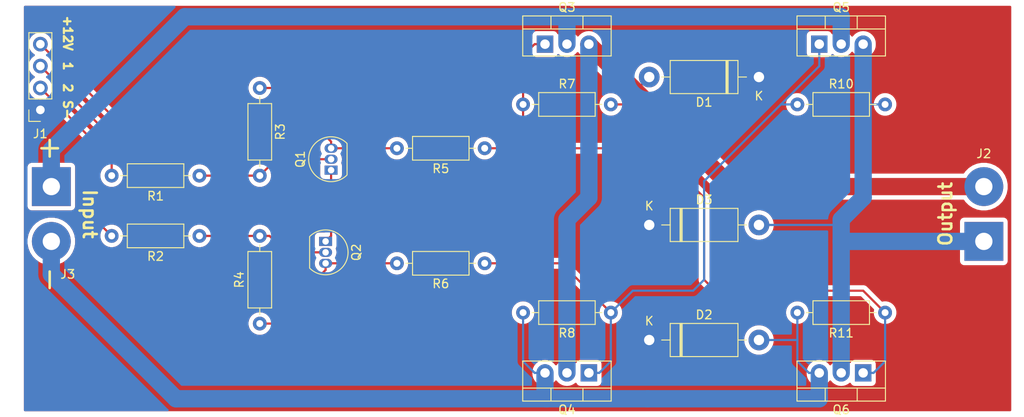
<source format=kicad_pcb>
(kicad_pcb (version 20171130) (host pcbnew "(5.1.5)-3")

  (general
    (thickness 1.6)
    (drawings 8)
    (tracks 102)
    (zones 0)
    (modules 22)
    (nets 15)
  )

  (page A4)
  (layers
    (0 F.Cu signal)
    (31 B.Cu signal)
    (32 B.Adhes user)
    (33 F.Adhes user)
    (34 B.Paste user)
    (35 F.Paste user)
    (36 B.SilkS user)
    (37 F.SilkS user)
    (38 B.Mask user)
    (39 F.Mask user)
    (40 Dwgs.User user)
    (41 Cmts.User user)
    (42 Eco1.User user)
    (43 Eco2.User user)
    (44 Edge.Cuts user)
    (45 Margin user)
    (46 B.CrtYd user)
    (47 F.CrtYd user)
    (48 B.Fab user)
    (49 F.Fab user)
  )

  (setup
    (last_trace_width 0.25)
    (user_trace_width 2)
    (trace_clearance 0.2)
    (zone_clearance 0.508)
    (zone_45_only yes)
    (trace_min 0.2)
    (via_size 0.8)
    (via_drill 0.4)
    (via_min_size 0.4)
    (via_min_drill 0.3)
    (uvia_size 0.3)
    (uvia_drill 0.1)
    (uvias_allowed no)
    (uvia_min_size 0.2)
    (uvia_min_drill 0.1)
    (edge_width 0.05)
    (segment_width 0.2)
    (pcb_text_width 0.3)
    (pcb_text_size 1.5 1.5)
    (mod_edge_width 0.12)
    (mod_text_size 1 1)
    (mod_text_width 0.15)
    (pad_size 1.524 1.524)
    (pad_drill 0.762)
    (pad_to_mask_clearance 0.051)
    (solder_mask_min_width 0.25)
    (aux_axis_origin 0 0)
    (visible_elements 7FFFFFFF)
    (pcbplotparams
      (layerselection 0x00000_ffffffff)
      (usegerberextensions false)
      (usegerberattributes false)
      (usegerberadvancedattributes false)
      (creategerberjobfile false)
      (excludeedgelayer true)
      (linewidth 0.100000)
      (plotframeref false)
      (viasonmask false)
      (mode 1)
      (useauxorigin false)
      (hpglpennumber 1)
      (hpglpenspeed 20)
      (hpglpendiameter 15.000000)
      (psnegative false)
      (psa4output false)
      (plotreference true)
      (plotvalue true)
      (plotinvisibletext false)
      (padsonsilk false)
      (subtractmaskfromsilk false)
      (outputformat 1)
      (mirror false)
      (drillshape 0)
      (scaleselection 1)
      (outputdirectory ""))
  )

  (net 0 "")
  (net 1 "Net-(D1-Pad2)")
  (net 2 GNDS)
  (net 3 GND)
  (net 4 "Net-(D3-Pad2)")
  (net 5 +12V)
  (net 6 "Net-(J1-Pad3)")
  (net 7 "Net-(J1-Pad2)")
  (net 8 VCC)
  (net 9 "Net-(Q1-Pad3)")
  (net 10 "Net-(Q1-Pad2)")
  (net 11 "Net-(Q2-Pad3)")
  (net 12 "Net-(Q2-Pad2)")
  (net 13 "Net-(Q3-Pad1)")
  (net 14 "Net-(Q4-Pad1)")

  (net_class Default "This is the default net class."
    (clearance 0.2)
    (trace_width 0.25)
    (via_dia 0.8)
    (via_drill 0.4)
    (uvia_dia 0.3)
    (uvia_drill 0.1)
    (add_net +12V)
    (add_net GND)
    (add_net GNDS)
    (add_net "Net-(D1-Pad2)")
    (add_net "Net-(D3-Pad2)")
    (add_net "Net-(J1-Pad2)")
    (add_net "Net-(J1-Pad3)")
    (add_net "Net-(Q1-Pad2)")
    (add_net "Net-(Q1-Pad3)")
    (add_net "Net-(Q2-Pad2)")
    (add_net "Net-(Q2-Pad3)")
    (add_net "Net-(Q3-Pad1)")
    (add_net "Net-(Q4-Pad1)")
    (add_net VCC)
  )

  (module Package_TO_SOT_THT:TO-220-3_Vertical (layer F.Cu) (tedit 5AC8BA0D) (tstamp 5D0348DF)
    (at 210.185 127.635 180)
    (descr "TO-220-3, Vertical, RM 2.54mm, see https://www.vishay.com/docs/66542/to-220-1.pdf")
    (tags "TO-220-3 Vertical RM 2.54mm")
    (path /5D041B26)
    (fp_text reference Q6 (at 2.54 -4.27) (layer F.SilkS)
      (effects (font (size 1 1) (thickness 0.15)))
    )
    (fp_text value Q_NMOS_GDS (at 2.54 2.5) (layer F.Fab)
      (effects (font (size 1 1) (thickness 0.15)))
    )
    (fp_line (start -2.46 -3.15) (end -2.46 1.25) (layer F.Fab) (width 0.1))
    (fp_line (start -2.46 1.25) (end 7.54 1.25) (layer F.Fab) (width 0.1))
    (fp_line (start 7.54 1.25) (end 7.54 -3.15) (layer F.Fab) (width 0.1))
    (fp_line (start 7.54 -3.15) (end -2.46 -3.15) (layer F.Fab) (width 0.1))
    (fp_line (start -2.46 -1.88) (end 7.54 -1.88) (layer F.Fab) (width 0.1))
    (fp_line (start 0.69 -3.15) (end 0.69 -1.88) (layer F.Fab) (width 0.1))
    (fp_line (start 4.39 -3.15) (end 4.39 -1.88) (layer F.Fab) (width 0.1))
    (fp_line (start -2.58 -3.27) (end 7.66 -3.27) (layer F.SilkS) (width 0.12))
    (fp_line (start -2.58 1.371) (end 7.66 1.371) (layer F.SilkS) (width 0.12))
    (fp_line (start -2.58 -3.27) (end -2.58 1.371) (layer F.SilkS) (width 0.12))
    (fp_line (start 7.66 -3.27) (end 7.66 1.371) (layer F.SilkS) (width 0.12))
    (fp_line (start -2.58 -1.76) (end 7.66 -1.76) (layer F.SilkS) (width 0.12))
    (fp_line (start 0.69 -3.27) (end 0.69 -1.76) (layer F.SilkS) (width 0.12))
    (fp_line (start 4.391 -3.27) (end 4.391 -1.76) (layer F.SilkS) (width 0.12))
    (fp_line (start -2.71 -3.4) (end -2.71 1.51) (layer F.CrtYd) (width 0.05))
    (fp_line (start -2.71 1.51) (end 7.79 1.51) (layer F.CrtYd) (width 0.05))
    (fp_line (start 7.79 1.51) (end 7.79 -3.4) (layer F.CrtYd) (width 0.05))
    (fp_line (start 7.79 -3.4) (end -2.71 -3.4) (layer F.CrtYd) (width 0.05))
    (fp_text user %R (at 2.54 -4.27) (layer F.Fab)
      (effects (font (size 1 1) (thickness 0.15)))
    )
    (pad 1 thru_hole rect (at 0 0 180) (size 1.905 2) (drill 1.1) (layers *.Cu *.Mask)
      (net 13 "Net-(Q3-Pad1)"))
    (pad 2 thru_hole oval (at 2.54 0 180) (size 1.905 2) (drill 1.1) (layers *.Cu *.Mask)
      (net 4 "Net-(D3-Pad2)"))
    (pad 3 thru_hole oval (at 5.08 0 180) (size 1.905 2) (drill 1.1) (layers *.Cu *.Mask)
      (net 3 GND))
    (model ${KISYS3DMOD}/Package_TO_SOT_THT.3dshapes/TO-220-3_Vertical.wrl
      (at (xyz 0 0 0))
      (scale (xyz 1 1 1))
      (rotate (xyz 0 0 0))
    )
  )

  (module Diode_THT:D_DO-15_P12.70mm_Horizontal (layer F.Cu) (tedit 5AE50CD5) (tstamp 5D0347C3)
    (at 185.42 110.49)
    (descr "Diode, DO-15 series, Axial, Horizontal, pin pitch=12.7mm, , length*diameter=7.6*3.6mm^2, , http://www.diodes.com/_files/packages/DO-15.pdf")
    (tags "Diode DO-15 series Axial Horizontal pin pitch 12.7mm  length 7.6mm diameter 3.6mm")
    (path /5D04FD9B)
    (fp_text reference D3 (at 6.35 -2.92) (layer F.SilkS)
      (effects (font (size 1 1) (thickness 0.15)))
    )
    (fp_text value D (at 6.35 2.92) (layer F.Fab)
      (effects (font (size 1 1) (thickness 0.15)))
    )
    (fp_line (start 2.55 -1.8) (end 2.55 1.8) (layer F.Fab) (width 0.1))
    (fp_line (start 2.55 1.8) (end 10.15 1.8) (layer F.Fab) (width 0.1))
    (fp_line (start 10.15 1.8) (end 10.15 -1.8) (layer F.Fab) (width 0.1))
    (fp_line (start 10.15 -1.8) (end 2.55 -1.8) (layer F.Fab) (width 0.1))
    (fp_line (start 0 0) (end 2.55 0) (layer F.Fab) (width 0.1))
    (fp_line (start 12.7 0) (end 10.15 0) (layer F.Fab) (width 0.1))
    (fp_line (start 3.69 -1.8) (end 3.69 1.8) (layer F.Fab) (width 0.1))
    (fp_line (start 3.79 -1.8) (end 3.79 1.8) (layer F.Fab) (width 0.1))
    (fp_line (start 3.59 -1.8) (end 3.59 1.8) (layer F.Fab) (width 0.1))
    (fp_line (start 2.43 -1.92) (end 2.43 1.92) (layer F.SilkS) (width 0.12))
    (fp_line (start 2.43 1.92) (end 10.27 1.92) (layer F.SilkS) (width 0.12))
    (fp_line (start 10.27 1.92) (end 10.27 -1.92) (layer F.SilkS) (width 0.12))
    (fp_line (start 10.27 -1.92) (end 2.43 -1.92) (layer F.SilkS) (width 0.12))
    (fp_line (start 1.44 0) (end 2.43 0) (layer F.SilkS) (width 0.12))
    (fp_line (start 11.26 0) (end 10.27 0) (layer F.SilkS) (width 0.12))
    (fp_line (start 3.69 -1.92) (end 3.69 1.92) (layer F.SilkS) (width 0.12))
    (fp_line (start 3.81 -1.92) (end 3.81 1.92) (layer F.SilkS) (width 0.12))
    (fp_line (start 3.57 -1.92) (end 3.57 1.92) (layer F.SilkS) (width 0.12))
    (fp_line (start -1.45 -2.05) (end -1.45 2.05) (layer F.CrtYd) (width 0.05))
    (fp_line (start -1.45 2.05) (end 14.15 2.05) (layer F.CrtYd) (width 0.05))
    (fp_line (start 14.15 2.05) (end 14.15 -2.05) (layer F.CrtYd) (width 0.05))
    (fp_line (start 14.15 -2.05) (end -1.45 -2.05) (layer F.CrtYd) (width 0.05))
    (fp_text user %R (at 6.92 0) (layer F.Fab)
      (effects (font (size 1 1) (thickness 0.15)))
    )
    (fp_text user K (at 0 -2.2) (layer F.Fab)
      (effects (font (size 1 1) (thickness 0.15)))
    )
    (fp_text user K (at 0 -2.2) (layer F.SilkS)
      (effects (font (size 1 1) (thickness 0.15)))
    )
    (pad 1 thru_hole rect (at 0 0) (size 2.4 2.4) (drill 1.2) (layers *.Cu *.Mask)
      (net 2 GNDS))
    (pad 2 thru_hole oval (at 12.7 0) (size 2.4 2.4) (drill 1.2) (layers *.Cu *.Mask)
      (net 4 "Net-(D3-Pad2)"))
    (model ${KISYS3DMOD}/Diode_THT.3dshapes/D_DO-15_P12.70mm_Horizontal.wrl
      (at (xyz 0 0 0))
      (scale (xyz 1 1 1))
      (rotate (xyz 0 0 0))
    )
  )

  (module Diode_THT:D_DO-15_P12.70mm_Horizontal (layer F.Cu) (tedit 5AE50CD5) (tstamp 5E5F4D8F)
    (at 185.42 123.825)
    (descr "Diode, DO-15 series, Axial, Horizontal, pin pitch=12.7mm, , length*diameter=7.6*3.6mm^2, , http://www.diodes.com/_files/packages/DO-15.pdf")
    (tags "Diode DO-15 series Axial Horizontal pin pitch 12.7mm  length 7.6mm diameter 3.6mm")
    (path /5E68CCA1)
    (fp_text reference D2 (at 6.35 -2.92) (layer F.SilkS)
      (effects (font (size 1 1) (thickness 0.15)))
    )
    (fp_text value D (at 6.35 2.92) (layer F.Fab)
      (effects (font (size 1 1) (thickness 0.15)))
    )
    (fp_text user K (at 0 -2.2) (layer F.SilkS)
      (effects (font (size 1 1) (thickness 0.15)))
    )
    (fp_text user K (at 0 -2.2) (layer F.Fab)
      (effects (font (size 1 1) (thickness 0.15)))
    )
    (fp_text user %R (at 6.92 0) (layer F.Fab)
      (effects (font (size 1 1) (thickness 0.15)))
    )
    (fp_line (start 14.15 -2.05) (end -1.45 -2.05) (layer F.CrtYd) (width 0.05))
    (fp_line (start 14.15 2.05) (end 14.15 -2.05) (layer F.CrtYd) (width 0.05))
    (fp_line (start -1.45 2.05) (end 14.15 2.05) (layer F.CrtYd) (width 0.05))
    (fp_line (start -1.45 -2.05) (end -1.45 2.05) (layer F.CrtYd) (width 0.05))
    (fp_line (start 3.57 -1.92) (end 3.57 1.92) (layer F.SilkS) (width 0.12))
    (fp_line (start 3.81 -1.92) (end 3.81 1.92) (layer F.SilkS) (width 0.12))
    (fp_line (start 3.69 -1.92) (end 3.69 1.92) (layer F.SilkS) (width 0.12))
    (fp_line (start 11.26 0) (end 10.27 0) (layer F.SilkS) (width 0.12))
    (fp_line (start 1.44 0) (end 2.43 0) (layer F.SilkS) (width 0.12))
    (fp_line (start 10.27 -1.92) (end 2.43 -1.92) (layer F.SilkS) (width 0.12))
    (fp_line (start 10.27 1.92) (end 10.27 -1.92) (layer F.SilkS) (width 0.12))
    (fp_line (start 2.43 1.92) (end 10.27 1.92) (layer F.SilkS) (width 0.12))
    (fp_line (start 2.43 -1.92) (end 2.43 1.92) (layer F.SilkS) (width 0.12))
    (fp_line (start 3.59 -1.8) (end 3.59 1.8) (layer F.Fab) (width 0.1))
    (fp_line (start 3.79 -1.8) (end 3.79 1.8) (layer F.Fab) (width 0.1))
    (fp_line (start 3.69 -1.8) (end 3.69 1.8) (layer F.Fab) (width 0.1))
    (fp_line (start 12.7 0) (end 10.15 0) (layer F.Fab) (width 0.1))
    (fp_line (start 0 0) (end 2.55 0) (layer F.Fab) (width 0.1))
    (fp_line (start 10.15 -1.8) (end 2.55 -1.8) (layer F.Fab) (width 0.1))
    (fp_line (start 10.15 1.8) (end 10.15 -1.8) (layer F.Fab) (width 0.1))
    (fp_line (start 2.55 1.8) (end 10.15 1.8) (layer F.Fab) (width 0.1))
    (fp_line (start 2.55 -1.8) (end 2.55 1.8) (layer F.Fab) (width 0.1))
    (pad 2 thru_hole oval (at 12.7 0) (size 2.4 2.4) (drill 1.2) (layers *.Cu *.Mask)
      (net 3 GND))
    (pad 1 thru_hole rect (at 0 0) (size 2.4 2.4) (drill 1.2) (layers *.Cu *.Mask)
      (net 2 GNDS))
    (model ${KISYS3DMOD}/Diode_THT.3dshapes/D_DO-15_P12.70mm_Horizontal.wrl
      (at (xyz 0 0 0))
      (scale (xyz 1 1 1))
      (rotate (xyz 0 0 0))
    )
  )

  (module Diode_THT:D_DO-15_P12.70mm_Horizontal (layer F.Cu) (tedit 5AE50CD5) (tstamp 5E5F4D70)
    (at 198.12 93.345 180)
    (descr "Diode, DO-15 series, Axial, Horizontal, pin pitch=12.7mm, , length*diameter=7.6*3.6mm^2, , http://www.diodes.com/_files/packages/DO-15.pdf")
    (tags "Diode DO-15 series Axial Horizontal pin pitch 12.7mm  length 7.6mm diameter 3.6mm")
    (path /5E68B48B)
    (fp_text reference D1 (at 6.35 -2.92) (layer F.SilkS)
      (effects (font (size 1 1) (thickness 0.15)))
    )
    (fp_text value D (at 6.35 2.92) (layer F.Fab)
      (effects (font (size 1 1) (thickness 0.15)))
    )
    (fp_text user K (at 0 -2.2) (layer F.SilkS)
      (effects (font (size 1 1) (thickness 0.15)))
    )
    (fp_text user K (at 0 -2.2) (layer F.Fab)
      (effects (font (size 1 1) (thickness 0.15)))
    )
    (fp_text user %R (at 6.92 0) (layer F.Fab)
      (effects (font (size 1 1) (thickness 0.15)))
    )
    (fp_line (start 14.15 -2.05) (end -1.45 -2.05) (layer F.CrtYd) (width 0.05))
    (fp_line (start 14.15 2.05) (end 14.15 -2.05) (layer F.CrtYd) (width 0.05))
    (fp_line (start -1.45 2.05) (end 14.15 2.05) (layer F.CrtYd) (width 0.05))
    (fp_line (start -1.45 -2.05) (end -1.45 2.05) (layer F.CrtYd) (width 0.05))
    (fp_line (start 3.57 -1.92) (end 3.57 1.92) (layer F.SilkS) (width 0.12))
    (fp_line (start 3.81 -1.92) (end 3.81 1.92) (layer F.SilkS) (width 0.12))
    (fp_line (start 3.69 -1.92) (end 3.69 1.92) (layer F.SilkS) (width 0.12))
    (fp_line (start 11.26 0) (end 10.27 0) (layer F.SilkS) (width 0.12))
    (fp_line (start 1.44 0) (end 2.43 0) (layer F.SilkS) (width 0.12))
    (fp_line (start 10.27 -1.92) (end 2.43 -1.92) (layer F.SilkS) (width 0.12))
    (fp_line (start 10.27 1.92) (end 10.27 -1.92) (layer F.SilkS) (width 0.12))
    (fp_line (start 2.43 1.92) (end 10.27 1.92) (layer F.SilkS) (width 0.12))
    (fp_line (start 2.43 -1.92) (end 2.43 1.92) (layer F.SilkS) (width 0.12))
    (fp_line (start 3.59 -1.8) (end 3.59 1.8) (layer F.Fab) (width 0.1))
    (fp_line (start 3.79 -1.8) (end 3.79 1.8) (layer F.Fab) (width 0.1))
    (fp_line (start 3.69 -1.8) (end 3.69 1.8) (layer F.Fab) (width 0.1))
    (fp_line (start 12.7 0) (end 10.15 0) (layer F.Fab) (width 0.1))
    (fp_line (start 0 0) (end 2.55 0) (layer F.Fab) (width 0.1))
    (fp_line (start 10.15 -1.8) (end 2.55 -1.8) (layer F.Fab) (width 0.1))
    (fp_line (start 10.15 1.8) (end 10.15 -1.8) (layer F.Fab) (width 0.1))
    (fp_line (start 2.55 1.8) (end 10.15 1.8) (layer F.Fab) (width 0.1))
    (fp_line (start 2.55 -1.8) (end 2.55 1.8) (layer F.Fab) (width 0.1))
    (pad 2 thru_hole oval (at 12.7 0 180) (size 2.4 2.4) (drill 1.2) (layers *.Cu *.Mask)
      (net 1 "Net-(D1-Pad2)"))
    (pad 1 thru_hole rect (at 0 0 180) (size 2.4 2.4) (drill 1.2) (layers *.Cu *.Mask)
      (net 2 GNDS))
    (model ${KISYS3DMOD}/Diode_THT.3dshapes/D_DO-15_P12.70mm_Horizontal.wrl
      (at (xyz 0 0 0))
      (scale (xyz 1 1 1))
      (rotate (xyz 0 0 0))
    )
  )

  (module Resistor_THT:R_Axial_DIN0207_L6.3mm_D2.5mm_P10.16mm_Horizontal (layer F.Cu) (tedit 5AE5139B) (tstamp 5E5F4F09)
    (at 140.335 94.615 270)
    (descr "Resistor, Axial_DIN0207 series, Axial, Horizontal, pin pitch=10.16mm, 0.25W = 1/4W, length*diameter=6.3*2.5mm^2, http://cdn-reichelt.de/documents/datenblatt/B400/1_4W%23YAG.pdf")
    (tags "Resistor Axial_DIN0207 series Axial Horizontal pin pitch 10.16mm 0.25W = 1/4W length 6.3mm diameter 2.5mm")
    (path /5E73FFA0)
    (fp_text reference R3 (at 5.08 -2.37 90) (layer F.SilkS)
      (effects (font (size 1 1) (thickness 0.15)))
    )
    (fp_text value 1k (at 5.08 2.37 90) (layer F.Fab)
      (effects (font (size 1 1) (thickness 0.15)))
    )
    (fp_text user %R (at 5.08 0 90) (layer F.Fab)
      (effects (font (size 1 1) (thickness 0.15)))
    )
    (fp_line (start 11.21 -1.5) (end -1.05 -1.5) (layer F.CrtYd) (width 0.05))
    (fp_line (start 11.21 1.5) (end 11.21 -1.5) (layer F.CrtYd) (width 0.05))
    (fp_line (start -1.05 1.5) (end 11.21 1.5) (layer F.CrtYd) (width 0.05))
    (fp_line (start -1.05 -1.5) (end -1.05 1.5) (layer F.CrtYd) (width 0.05))
    (fp_line (start 9.12 0) (end 8.35 0) (layer F.SilkS) (width 0.12))
    (fp_line (start 1.04 0) (end 1.81 0) (layer F.SilkS) (width 0.12))
    (fp_line (start 8.35 -1.37) (end 1.81 -1.37) (layer F.SilkS) (width 0.12))
    (fp_line (start 8.35 1.37) (end 8.35 -1.37) (layer F.SilkS) (width 0.12))
    (fp_line (start 1.81 1.37) (end 8.35 1.37) (layer F.SilkS) (width 0.12))
    (fp_line (start 1.81 -1.37) (end 1.81 1.37) (layer F.SilkS) (width 0.12))
    (fp_line (start 10.16 0) (end 8.23 0) (layer F.Fab) (width 0.1))
    (fp_line (start 0 0) (end 1.93 0) (layer F.Fab) (width 0.1))
    (fp_line (start 8.23 -1.25) (end 1.93 -1.25) (layer F.Fab) (width 0.1))
    (fp_line (start 8.23 1.25) (end 8.23 -1.25) (layer F.Fab) (width 0.1))
    (fp_line (start 1.93 1.25) (end 8.23 1.25) (layer F.Fab) (width 0.1))
    (fp_line (start 1.93 -1.25) (end 1.93 1.25) (layer F.Fab) (width 0.1))
    (pad 2 thru_hole oval (at 10.16 0 270) (size 1.6 1.6) (drill 0.8) (layers *.Cu *.Mask)
      (net 10 "Net-(Q1-Pad2)"))
    (pad 1 thru_hole circle (at 0 0 270) (size 1.6 1.6) (drill 0.8) (layers *.Cu *.Mask)
      (net 9 "Net-(Q1-Pad3)"))
    (model ${KISYS3DMOD}/Resistor_THT.3dshapes/R_Axial_DIN0207_L6.3mm_D2.5mm_P10.16mm_Horizontal.wrl
      (at (xyz 0 0 0))
      (scale (xyz 1 1 1))
      (rotate (xyz 0 0 0))
    )
  )

  (module Resistor_THT:R_Axial_DIN0207_L6.3mm_D2.5mm_P10.16mm_Horizontal (layer F.Cu) (tedit 5AE5139B) (tstamp 5E5F4F20)
    (at 140.335 121.92 90)
    (descr "Resistor, Axial_DIN0207 series, Axial, Horizontal, pin pitch=10.16mm, 0.25W = 1/4W, length*diameter=6.3*2.5mm^2, http://cdn-reichelt.de/documents/datenblatt/B400/1_4W%23YAG.pdf")
    (tags "Resistor Axial_DIN0207 series Axial Horizontal pin pitch 10.16mm 0.25W = 1/4W length 6.3mm diameter 2.5mm")
    (path /5E740531)
    (fp_text reference R4 (at 5.08 -2.37 90) (layer F.SilkS)
      (effects (font (size 1 1) (thickness 0.15)))
    )
    (fp_text value 1k (at 5.08 2.37 90) (layer F.Fab)
      (effects (font (size 1 1) (thickness 0.15)))
    )
    (fp_text user %R (at 5.08 0 90) (layer F.Fab)
      (effects (font (size 1 1) (thickness 0.15)))
    )
    (fp_line (start 11.21 -1.5) (end -1.05 -1.5) (layer F.CrtYd) (width 0.05))
    (fp_line (start 11.21 1.5) (end 11.21 -1.5) (layer F.CrtYd) (width 0.05))
    (fp_line (start -1.05 1.5) (end 11.21 1.5) (layer F.CrtYd) (width 0.05))
    (fp_line (start -1.05 -1.5) (end -1.05 1.5) (layer F.CrtYd) (width 0.05))
    (fp_line (start 9.12 0) (end 8.35 0) (layer F.SilkS) (width 0.12))
    (fp_line (start 1.04 0) (end 1.81 0) (layer F.SilkS) (width 0.12))
    (fp_line (start 8.35 -1.37) (end 1.81 -1.37) (layer F.SilkS) (width 0.12))
    (fp_line (start 8.35 1.37) (end 8.35 -1.37) (layer F.SilkS) (width 0.12))
    (fp_line (start 1.81 1.37) (end 8.35 1.37) (layer F.SilkS) (width 0.12))
    (fp_line (start 1.81 -1.37) (end 1.81 1.37) (layer F.SilkS) (width 0.12))
    (fp_line (start 10.16 0) (end 8.23 0) (layer F.Fab) (width 0.1))
    (fp_line (start 0 0) (end 1.93 0) (layer F.Fab) (width 0.1))
    (fp_line (start 8.23 -1.25) (end 1.93 -1.25) (layer F.Fab) (width 0.1))
    (fp_line (start 8.23 1.25) (end 8.23 -1.25) (layer F.Fab) (width 0.1))
    (fp_line (start 1.93 1.25) (end 8.23 1.25) (layer F.Fab) (width 0.1))
    (fp_line (start 1.93 -1.25) (end 1.93 1.25) (layer F.Fab) (width 0.1))
    (pad 2 thru_hole oval (at 10.16 0 90) (size 1.6 1.6) (drill 0.8) (layers *.Cu *.Mask)
      (net 12 "Net-(Q2-Pad2)"))
    (pad 1 thru_hole circle (at 0 0 90) (size 1.6 1.6) (drill 0.8) (layers *.Cu *.Mask)
      (net 11 "Net-(Q2-Pad3)"))
    (model ${KISYS3DMOD}/Resistor_THT.3dshapes/R_Axial_DIN0207_L6.3mm_D2.5mm_P10.16mm_Horizontal.wrl
      (at (xyz 0 0 0))
      (scale (xyz 1 1 1))
      (rotate (xyz 0 0 0))
    )
  )

  (module Resistor_THT:R_Axial_DIN0207_L6.3mm_D2.5mm_P10.16mm_Horizontal (layer F.Cu) (tedit 5AE5139B) (tstamp 5E5F4F8F)
    (at 180.975 120.65 180)
    (descr "Resistor, Axial_DIN0207 series, Axial, Horizontal, pin pitch=10.16mm, 0.25W = 1/4W, length*diameter=6.3*2.5mm^2, http://cdn-reichelt.de/documents/datenblatt/B400/1_4W%23YAG.pdf")
    (tags "Resistor Axial_DIN0207 series Axial Horizontal pin pitch 10.16mm 0.25W = 1/4W length 6.3mm diameter 2.5mm")
    (path /5E64A792)
    (fp_text reference R8 (at 5.08 -2.37) (layer F.SilkS)
      (effects (font (size 1 1) (thickness 0.15)))
    )
    (fp_text value 100k (at 5.08 2.37) (layer F.Fab)
      (effects (font (size 1 1) (thickness 0.15)))
    )
    (fp_text user %R (at 5.08 0) (layer F.Fab)
      (effects (font (size 1 1) (thickness 0.15)))
    )
    (fp_line (start 11.21 -1.5) (end -1.05 -1.5) (layer F.CrtYd) (width 0.05))
    (fp_line (start 11.21 1.5) (end 11.21 -1.5) (layer F.CrtYd) (width 0.05))
    (fp_line (start -1.05 1.5) (end 11.21 1.5) (layer F.CrtYd) (width 0.05))
    (fp_line (start -1.05 -1.5) (end -1.05 1.5) (layer F.CrtYd) (width 0.05))
    (fp_line (start 9.12 0) (end 8.35 0) (layer F.SilkS) (width 0.12))
    (fp_line (start 1.04 0) (end 1.81 0) (layer F.SilkS) (width 0.12))
    (fp_line (start 8.35 -1.37) (end 1.81 -1.37) (layer F.SilkS) (width 0.12))
    (fp_line (start 8.35 1.37) (end 8.35 -1.37) (layer F.SilkS) (width 0.12))
    (fp_line (start 1.81 1.37) (end 8.35 1.37) (layer F.SilkS) (width 0.12))
    (fp_line (start 1.81 -1.37) (end 1.81 1.37) (layer F.SilkS) (width 0.12))
    (fp_line (start 10.16 0) (end 8.23 0) (layer F.Fab) (width 0.1))
    (fp_line (start 0 0) (end 1.93 0) (layer F.Fab) (width 0.1))
    (fp_line (start 8.23 -1.25) (end 1.93 -1.25) (layer F.Fab) (width 0.1))
    (fp_line (start 8.23 1.25) (end 8.23 -1.25) (layer F.Fab) (width 0.1))
    (fp_line (start 1.93 1.25) (end 8.23 1.25) (layer F.Fab) (width 0.1))
    (fp_line (start 1.93 -1.25) (end 1.93 1.25) (layer F.Fab) (width 0.1))
    (pad 2 thru_hole oval (at 10.16 0 180) (size 1.6 1.6) (drill 0.8) (layers *.Cu *.Mask)
      (net 3 GND))
    (pad 1 thru_hole circle (at 0 0 180) (size 1.6 1.6) (drill 0.8) (layers *.Cu *.Mask)
      (net 14 "Net-(Q4-Pad1)"))
    (model ${KISYS3DMOD}/Resistor_THT.3dshapes/R_Axial_DIN0207_L6.3mm_D2.5mm_P10.16mm_Horizontal.wrl
      (at (xyz 0 0 0))
      (scale (xyz 1 1 1))
      (rotate (xyz 0 0 0))
    )
  )

  (module Resistor_THT:R_Axial_DIN0207_L6.3mm_D2.5mm_P10.16mm_Horizontal (layer F.Cu) (tedit 5AE5139B) (tstamp 5E5F4FA6)
    (at 202.565 96.52)
    (descr "Resistor, Axial_DIN0207 series, Axial, Horizontal, pin pitch=10.16mm, 0.25W = 1/4W, length*diameter=6.3*2.5mm^2, http://cdn-reichelt.de/documents/datenblatt/B400/1_4W%23YAG.pdf")
    (tags "Resistor Axial_DIN0207 series Axial Horizontal pin pitch 10.16mm 0.25W = 1/4W length 6.3mm diameter 2.5mm")
    (path /5E64B477)
    (fp_text reference R10 (at 5.08 -2.37) (layer F.SilkS)
      (effects (font (size 1 1) (thickness 0.15)))
    )
    (fp_text value 100k (at 5.08 2.37) (layer F.Fab)
      (effects (font (size 1 1) (thickness 0.15)))
    )
    (fp_text user %R (at 5.08 0) (layer F.Fab)
      (effects (font (size 1 1) (thickness 0.15)))
    )
    (fp_line (start 11.21 -1.5) (end -1.05 -1.5) (layer F.CrtYd) (width 0.05))
    (fp_line (start 11.21 1.5) (end 11.21 -1.5) (layer F.CrtYd) (width 0.05))
    (fp_line (start -1.05 1.5) (end 11.21 1.5) (layer F.CrtYd) (width 0.05))
    (fp_line (start -1.05 -1.5) (end -1.05 1.5) (layer F.CrtYd) (width 0.05))
    (fp_line (start 9.12 0) (end 8.35 0) (layer F.SilkS) (width 0.12))
    (fp_line (start 1.04 0) (end 1.81 0) (layer F.SilkS) (width 0.12))
    (fp_line (start 8.35 -1.37) (end 1.81 -1.37) (layer F.SilkS) (width 0.12))
    (fp_line (start 8.35 1.37) (end 8.35 -1.37) (layer F.SilkS) (width 0.12))
    (fp_line (start 1.81 1.37) (end 8.35 1.37) (layer F.SilkS) (width 0.12))
    (fp_line (start 1.81 -1.37) (end 1.81 1.37) (layer F.SilkS) (width 0.12))
    (fp_line (start 10.16 0) (end 8.23 0) (layer F.Fab) (width 0.1))
    (fp_line (start 0 0) (end 1.93 0) (layer F.Fab) (width 0.1))
    (fp_line (start 8.23 -1.25) (end 1.93 -1.25) (layer F.Fab) (width 0.1))
    (fp_line (start 8.23 1.25) (end 8.23 -1.25) (layer F.Fab) (width 0.1))
    (fp_line (start 1.93 1.25) (end 8.23 1.25) (layer F.Fab) (width 0.1))
    (fp_line (start 1.93 -1.25) (end 1.93 1.25) (layer F.Fab) (width 0.1))
    (pad 2 thru_hole oval (at 10.16 0) (size 1.6 1.6) (drill 0.8) (layers *.Cu *.Mask)
      (net 4 "Net-(D3-Pad2)"))
    (pad 1 thru_hole circle (at 0 0) (size 1.6 1.6) (drill 0.8) (layers *.Cu *.Mask)
      (net 14 "Net-(Q4-Pad1)"))
    (model ${KISYS3DMOD}/Resistor_THT.3dshapes/R_Axial_DIN0207_L6.3mm_D2.5mm_P10.16mm_Horizontal.wrl
      (at (xyz 0 0 0))
      (scale (xyz 1 1 1))
      (rotate (xyz 0 0 0))
    )
  )

  (module Resistor_THT:R_Axial_DIN0207_L6.3mm_D2.5mm_P10.16mm_Horizontal (layer F.Cu) (tedit 5AE5139B) (tstamp 5E5F4FBD)
    (at 212.725 120.65 180)
    (descr "Resistor, Axial_DIN0207 series, Axial, Horizontal, pin pitch=10.16mm, 0.25W = 1/4W, length*diameter=6.3*2.5mm^2, http://cdn-reichelt.de/documents/datenblatt/B400/1_4W%23YAG.pdf")
    (tags "Resistor Axial_DIN0207 series Axial Horizontal pin pitch 10.16mm 0.25W = 1/4W length 6.3mm diameter 2.5mm")
    (path /5E64BCDA)
    (fp_text reference R11 (at 5.08 -2.37) (layer F.SilkS)
      (effects (font (size 1 1) (thickness 0.15)))
    )
    (fp_text value 100k (at 5.08 2.37) (layer F.Fab)
      (effects (font (size 1 1) (thickness 0.15)))
    )
    (fp_text user %R (at 5.08 0) (layer F.Fab)
      (effects (font (size 1 1) (thickness 0.15)))
    )
    (fp_line (start 11.21 -1.5) (end -1.05 -1.5) (layer F.CrtYd) (width 0.05))
    (fp_line (start 11.21 1.5) (end 11.21 -1.5) (layer F.CrtYd) (width 0.05))
    (fp_line (start -1.05 1.5) (end 11.21 1.5) (layer F.CrtYd) (width 0.05))
    (fp_line (start -1.05 -1.5) (end -1.05 1.5) (layer F.CrtYd) (width 0.05))
    (fp_line (start 9.12 0) (end 8.35 0) (layer F.SilkS) (width 0.12))
    (fp_line (start 1.04 0) (end 1.81 0) (layer F.SilkS) (width 0.12))
    (fp_line (start 8.35 -1.37) (end 1.81 -1.37) (layer F.SilkS) (width 0.12))
    (fp_line (start 8.35 1.37) (end 8.35 -1.37) (layer F.SilkS) (width 0.12))
    (fp_line (start 1.81 1.37) (end 8.35 1.37) (layer F.SilkS) (width 0.12))
    (fp_line (start 1.81 -1.37) (end 1.81 1.37) (layer F.SilkS) (width 0.12))
    (fp_line (start 10.16 0) (end 8.23 0) (layer F.Fab) (width 0.1))
    (fp_line (start 0 0) (end 1.93 0) (layer F.Fab) (width 0.1))
    (fp_line (start 8.23 -1.25) (end 1.93 -1.25) (layer F.Fab) (width 0.1))
    (fp_line (start 8.23 1.25) (end 8.23 -1.25) (layer F.Fab) (width 0.1))
    (fp_line (start 1.93 1.25) (end 8.23 1.25) (layer F.Fab) (width 0.1))
    (fp_line (start 1.93 -1.25) (end 1.93 1.25) (layer F.Fab) (width 0.1))
    (pad 2 thru_hole oval (at 10.16 0 180) (size 1.6 1.6) (drill 0.8) (layers *.Cu *.Mask)
      (net 3 GND))
    (pad 1 thru_hole circle (at 0 0 180) (size 1.6 1.6) (drill 0.8) (layers *.Cu *.Mask)
      (net 13 "Net-(Q3-Pad1)"))
    (model ${KISYS3DMOD}/Resistor_THT.3dshapes/R_Axial_DIN0207_L6.3mm_D2.5mm_P10.16mm_Horizontal.wrl
      (at (xyz 0 0 0))
      (scale (xyz 1 1 1))
      (rotate (xyz 0 0 0))
    )
  )

  (module Package_TO_SOT_THT:TO-92_Inline (layer F.Cu) (tedit 5A1DD157) (tstamp 5D034865)
    (at 147.955 112.395 270)
    (descr "TO-92 leads in-line, narrow, oval pads, drill 0.75mm (see NXP sot054_po.pdf)")
    (tags "to-92 sc-43 sc-43a sot54 PA33 transistor")
    (path /5D10A621)
    (fp_text reference Q2 (at 1.27 -3.56 90) (layer F.SilkS)
      (effects (font (size 1 1) (thickness 0.15)))
    )
    (fp_text value Q_NPN_CBE (at 1.27 2.79 90) (layer F.Fab)
      (effects (font (size 1 1) (thickness 0.15)))
    )
    (fp_arc (start 1.27 0) (end 1.27 -2.6) (angle 135) (layer F.SilkS) (width 0.12))
    (fp_arc (start 1.27 0) (end 1.27 -2.48) (angle -135) (layer F.Fab) (width 0.1))
    (fp_arc (start 1.27 0) (end 1.27 -2.6) (angle -135) (layer F.SilkS) (width 0.12))
    (fp_arc (start 1.27 0) (end 1.27 -2.48) (angle 135) (layer F.Fab) (width 0.1))
    (fp_line (start 4 2.01) (end -1.46 2.01) (layer F.CrtYd) (width 0.05))
    (fp_line (start 4 2.01) (end 4 -2.73) (layer F.CrtYd) (width 0.05))
    (fp_line (start -1.46 -2.73) (end -1.46 2.01) (layer F.CrtYd) (width 0.05))
    (fp_line (start -1.46 -2.73) (end 4 -2.73) (layer F.CrtYd) (width 0.05))
    (fp_line (start -0.5 1.75) (end 3 1.75) (layer F.Fab) (width 0.1))
    (fp_line (start -0.53 1.85) (end 3.07 1.85) (layer F.SilkS) (width 0.12))
    (fp_text user %R (at 1.27 -3.56 90) (layer F.Fab)
      (effects (font (size 1 1) (thickness 0.15)))
    )
    (pad 1 thru_hole rect (at 0 0 270) (size 1.05 1.5) (drill 0.75) (layers *.Cu *.Mask)
      (net 5 +12V))
    (pad 3 thru_hole oval (at 2.54 0 270) (size 1.05 1.5) (drill 0.75) (layers *.Cu *.Mask)
      (net 11 "Net-(Q2-Pad3)"))
    (pad 2 thru_hole oval (at 1.27 0 270) (size 1.05 1.5) (drill 0.75) (layers *.Cu *.Mask)
      (net 12 "Net-(Q2-Pad2)"))
    (model ${KISYS3DMOD}/Package_TO_SOT_THT.3dshapes/TO-92_Inline.wrl
      (at (xyz 0 0 0))
      (scale (xyz 1 1 1))
      (rotate (xyz 0 0 0))
    )
  )

  (module Package_TO_SOT_THT:TO-220-3_Vertical (layer F.Cu) (tedit 5AC8BA0D) (tstamp 5D0348C5)
    (at 205.105 89.535)
    (descr "TO-220-3, Vertical, RM 2.54mm, see https://www.vishay.com/docs/66542/to-220-1.pdf")
    (tags "TO-220-3 Vertical RM 2.54mm")
    (path /5D03D8FD)
    (fp_text reference Q5 (at 2.54 -4.27) (layer F.SilkS)
      (effects (font (size 1 1) (thickness 0.15)))
    )
    (fp_text value Q_NMOS_GDS (at 2.54 2.5) (layer F.Fab)
      (effects (font (size 1 1) (thickness 0.15)))
    )
    (fp_text user %R (at 2.54 -4.27) (layer F.Fab)
      (effects (font (size 1 1) (thickness 0.15)))
    )
    (fp_line (start 7.79 -3.4) (end -2.71 -3.4) (layer F.CrtYd) (width 0.05))
    (fp_line (start 7.79 1.51) (end 7.79 -3.4) (layer F.CrtYd) (width 0.05))
    (fp_line (start -2.71 1.51) (end 7.79 1.51) (layer F.CrtYd) (width 0.05))
    (fp_line (start -2.71 -3.4) (end -2.71 1.51) (layer F.CrtYd) (width 0.05))
    (fp_line (start 4.391 -3.27) (end 4.391 -1.76) (layer F.SilkS) (width 0.12))
    (fp_line (start 0.69 -3.27) (end 0.69 -1.76) (layer F.SilkS) (width 0.12))
    (fp_line (start -2.58 -1.76) (end 7.66 -1.76) (layer F.SilkS) (width 0.12))
    (fp_line (start 7.66 -3.27) (end 7.66 1.371) (layer F.SilkS) (width 0.12))
    (fp_line (start -2.58 -3.27) (end -2.58 1.371) (layer F.SilkS) (width 0.12))
    (fp_line (start -2.58 1.371) (end 7.66 1.371) (layer F.SilkS) (width 0.12))
    (fp_line (start -2.58 -3.27) (end 7.66 -3.27) (layer F.SilkS) (width 0.12))
    (fp_line (start 4.39 -3.15) (end 4.39 -1.88) (layer F.Fab) (width 0.1))
    (fp_line (start 0.69 -3.15) (end 0.69 -1.88) (layer F.Fab) (width 0.1))
    (fp_line (start -2.46 -1.88) (end 7.54 -1.88) (layer F.Fab) (width 0.1))
    (fp_line (start 7.54 -3.15) (end -2.46 -3.15) (layer F.Fab) (width 0.1))
    (fp_line (start 7.54 1.25) (end 7.54 -3.15) (layer F.Fab) (width 0.1))
    (fp_line (start -2.46 1.25) (end 7.54 1.25) (layer F.Fab) (width 0.1))
    (fp_line (start -2.46 -3.15) (end -2.46 1.25) (layer F.Fab) (width 0.1))
    (pad 3 thru_hole oval (at 5.08 0) (size 1.905 2) (drill 1.1) (layers *.Cu *.Mask)
      (net 4 "Net-(D3-Pad2)"))
    (pad 2 thru_hole oval (at 2.54 0) (size 1.905 2) (drill 1.1) (layers *.Cu *.Mask)
      (net 8 VCC))
    (pad 1 thru_hole rect (at 0 0) (size 1.905 2) (drill 1.1) (layers *.Cu *.Mask)
      (net 14 "Net-(Q4-Pad1)"))
    (model ${KISYS3DMOD}/Package_TO_SOT_THT.3dshapes/TO-220-3_Vertical.wrl
      (at (xyz 0 0 0))
      (scale (xyz 1 1 1))
      (rotate (xyz 0 0 0))
    )
  )

  (module Resistor_THT:R_Axial_DIN0207_L6.3mm_D2.5mm_P10.16mm_Horizontal (layer F.Cu) (tedit 5AE5139B) (tstamp 5D034997)
    (at 166.37 114.935 180)
    (descr "Resistor, Axial_DIN0207 series, Axial, Horizontal, pin pitch=10.16mm, 0.25W = 1/4W, length*diameter=6.3*2.5mm^2, http://cdn-reichelt.de/documents/datenblatt/B400/1_4W%23YAG.pdf")
    (tags "Resistor Axial_DIN0207 series Axial Horizontal pin pitch 10.16mm 0.25W = 1/4W length 6.3mm diameter 2.5mm")
    (path /5D142199)
    (fp_text reference R6 (at 5.08 -2.37) (layer F.SilkS)
      (effects (font (size 1 1) (thickness 0.15)))
    )
    (fp_text value 100 (at 5.08 2.37) (layer F.Fab)
      (effects (font (size 1 1) (thickness 0.15)))
    )
    (fp_line (start 1.93 -1.25) (end 1.93 1.25) (layer F.Fab) (width 0.1))
    (fp_line (start 1.93 1.25) (end 8.23 1.25) (layer F.Fab) (width 0.1))
    (fp_line (start 8.23 1.25) (end 8.23 -1.25) (layer F.Fab) (width 0.1))
    (fp_line (start 8.23 -1.25) (end 1.93 -1.25) (layer F.Fab) (width 0.1))
    (fp_line (start 0 0) (end 1.93 0) (layer F.Fab) (width 0.1))
    (fp_line (start 10.16 0) (end 8.23 0) (layer F.Fab) (width 0.1))
    (fp_line (start 1.81 -1.37) (end 1.81 1.37) (layer F.SilkS) (width 0.12))
    (fp_line (start 1.81 1.37) (end 8.35 1.37) (layer F.SilkS) (width 0.12))
    (fp_line (start 8.35 1.37) (end 8.35 -1.37) (layer F.SilkS) (width 0.12))
    (fp_line (start 8.35 -1.37) (end 1.81 -1.37) (layer F.SilkS) (width 0.12))
    (fp_line (start 1.04 0) (end 1.81 0) (layer F.SilkS) (width 0.12))
    (fp_line (start 9.12 0) (end 8.35 0) (layer F.SilkS) (width 0.12))
    (fp_line (start -1.05 -1.5) (end -1.05 1.5) (layer F.CrtYd) (width 0.05))
    (fp_line (start -1.05 1.5) (end 11.21 1.5) (layer F.CrtYd) (width 0.05))
    (fp_line (start 11.21 1.5) (end 11.21 -1.5) (layer F.CrtYd) (width 0.05))
    (fp_line (start 11.21 -1.5) (end -1.05 -1.5) (layer F.CrtYd) (width 0.05))
    (fp_text user %R (at 5.08 0) (layer F.Fab)
      (effects (font (size 1 1) (thickness 0.15)))
    )
    (pad 1 thru_hole circle (at 0 0 180) (size 1.6 1.6) (drill 0.8) (layers *.Cu *.Mask)
      (net 14 "Net-(Q4-Pad1)"))
    (pad 2 thru_hole oval (at 10.16 0 180) (size 1.6 1.6) (drill 0.8) (layers *.Cu *.Mask)
      (net 11 "Net-(Q2-Pad3)"))
    (model ${KISYS3DMOD}/Resistor_THT.3dshapes/R_Axial_DIN0207_L6.3mm_D2.5mm_P10.16mm_Horizontal.wrl
      (at (xyz 0 0 0))
      (scale (xyz 1 1 1))
      (rotate (xyz 0 0 0))
    )
  )

  (module Resistor_THT:R_Axial_DIN0207_L6.3mm_D2.5mm_P10.16mm_Horizontal (layer F.Cu) (tedit 5AE5139B) (tstamp 5E5F70AC)
    (at 170.815 96.52)
    (descr "Resistor, Axial_DIN0207 series, Axial, Horizontal, pin pitch=10.16mm, 0.25W = 1/4W, length*diameter=6.3*2.5mm^2, http://cdn-reichelt.de/documents/datenblatt/B400/1_4W%23YAG.pdf")
    (tags "Resistor Axial_DIN0207 series Axial Horizontal pin pitch 10.16mm 0.25W = 1/4W length 6.3mm diameter 2.5mm")
    (path /5D059ABF)
    (fp_text reference R7 (at 5.08 -2.37) (layer F.SilkS)
      (effects (font (size 1 1) (thickness 0.15)))
    )
    (fp_text value 100k (at 5.08 2.37) (layer F.Fab)
      (effects (font (size 1 1) (thickness 0.15)))
    )
    (fp_line (start 1.93 -1.25) (end 1.93 1.25) (layer F.Fab) (width 0.1))
    (fp_line (start 1.93 1.25) (end 8.23 1.25) (layer F.Fab) (width 0.1))
    (fp_line (start 8.23 1.25) (end 8.23 -1.25) (layer F.Fab) (width 0.1))
    (fp_line (start 8.23 -1.25) (end 1.93 -1.25) (layer F.Fab) (width 0.1))
    (fp_line (start 0 0) (end 1.93 0) (layer F.Fab) (width 0.1))
    (fp_line (start 10.16 0) (end 8.23 0) (layer F.Fab) (width 0.1))
    (fp_line (start 1.81 -1.37) (end 1.81 1.37) (layer F.SilkS) (width 0.12))
    (fp_line (start 1.81 1.37) (end 8.35 1.37) (layer F.SilkS) (width 0.12))
    (fp_line (start 8.35 1.37) (end 8.35 -1.37) (layer F.SilkS) (width 0.12))
    (fp_line (start 8.35 -1.37) (end 1.81 -1.37) (layer F.SilkS) (width 0.12))
    (fp_line (start 1.04 0) (end 1.81 0) (layer F.SilkS) (width 0.12))
    (fp_line (start 9.12 0) (end 8.35 0) (layer F.SilkS) (width 0.12))
    (fp_line (start -1.05 -1.5) (end -1.05 1.5) (layer F.CrtYd) (width 0.05))
    (fp_line (start -1.05 1.5) (end 11.21 1.5) (layer F.CrtYd) (width 0.05))
    (fp_line (start 11.21 1.5) (end 11.21 -1.5) (layer F.CrtYd) (width 0.05))
    (fp_line (start 11.21 -1.5) (end -1.05 -1.5) (layer F.CrtYd) (width 0.05))
    (fp_text user %R (at 5.08 0) (layer F.Fab)
      (effects (font (size 1 1) (thickness 0.15)))
    )
    (pad 1 thru_hole circle (at 0 0) (size 1.6 1.6) (drill 0.8) (layers *.Cu *.Mask)
      (net 13 "Net-(Q3-Pad1)"))
    (pad 2 thru_hole oval (at 10.16 0) (size 1.6 1.6) (drill 0.8) (layers *.Cu *.Mask)
      (net 1 "Net-(D1-Pad2)"))
    (model ${KISYS3DMOD}/Resistor_THT.3dshapes/R_Axial_DIN0207_L6.3mm_D2.5mm_P10.16mm_Horizontal.wrl
      (at (xyz 0 0 0))
      (scale (xyz 1 1 1))
      (rotate (xyz 0 0 0))
    )
  )

  (module Resistor_THT:R_Axial_DIN0207_L6.3mm_D2.5mm_P10.16mm_Horizontal (layer F.Cu) (tedit 5AE5139B) (tstamp 5D034952)
    (at 166.37 101.6 180)
    (descr "Resistor, Axial_DIN0207 series, Axial, Horizontal, pin pitch=10.16mm, 0.25W = 1/4W, length*diameter=6.3*2.5mm^2, http://cdn-reichelt.de/documents/datenblatt/B400/1_4W%23YAG.pdf")
    (tags "Resistor Axial_DIN0207 series Axial Horizontal pin pitch 10.16mm 0.25W = 1/4W length 6.3mm diameter 2.5mm")
    (path /5D142AF8)
    (fp_text reference R5 (at 5.08 -2.37) (layer F.SilkS)
      (effects (font (size 1 1) (thickness 0.15)))
    )
    (fp_text value 100 (at 5.08 2.37) (layer F.Fab)
      (effects (font (size 1 1) (thickness 0.15)))
    )
    (fp_line (start 1.93 -1.25) (end 1.93 1.25) (layer F.Fab) (width 0.1))
    (fp_line (start 1.93 1.25) (end 8.23 1.25) (layer F.Fab) (width 0.1))
    (fp_line (start 8.23 1.25) (end 8.23 -1.25) (layer F.Fab) (width 0.1))
    (fp_line (start 8.23 -1.25) (end 1.93 -1.25) (layer F.Fab) (width 0.1))
    (fp_line (start 0 0) (end 1.93 0) (layer F.Fab) (width 0.1))
    (fp_line (start 10.16 0) (end 8.23 0) (layer F.Fab) (width 0.1))
    (fp_line (start 1.81 -1.37) (end 1.81 1.37) (layer F.SilkS) (width 0.12))
    (fp_line (start 1.81 1.37) (end 8.35 1.37) (layer F.SilkS) (width 0.12))
    (fp_line (start 8.35 1.37) (end 8.35 -1.37) (layer F.SilkS) (width 0.12))
    (fp_line (start 8.35 -1.37) (end 1.81 -1.37) (layer F.SilkS) (width 0.12))
    (fp_line (start 1.04 0) (end 1.81 0) (layer F.SilkS) (width 0.12))
    (fp_line (start 9.12 0) (end 8.35 0) (layer F.SilkS) (width 0.12))
    (fp_line (start -1.05 -1.5) (end -1.05 1.5) (layer F.CrtYd) (width 0.05))
    (fp_line (start -1.05 1.5) (end 11.21 1.5) (layer F.CrtYd) (width 0.05))
    (fp_line (start 11.21 1.5) (end 11.21 -1.5) (layer F.CrtYd) (width 0.05))
    (fp_line (start 11.21 -1.5) (end -1.05 -1.5) (layer F.CrtYd) (width 0.05))
    (fp_text user %R (at 5.08 0) (layer F.Fab)
      (effects (font (size 1 1) (thickness 0.15)))
    )
    (pad 1 thru_hole circle (at 0 0 180) (size 1.6 1.6) (drill 0.8) (layers *.Cu *.Mask)
      (net 13 "Net-(Q3-Pad1)"))
    (pad 2 thru_hole oval (at 10.16 0 180) (size 1.6 1.6) (drill 0.8) (layers *.Cu *.Mask)
      (net 9 "Net-(Q1-Pad3)"))
    (model ${KISYS3DMOD}/Resistor_THT.3dshapes/R_Axial_DIN0207_L6.3mm_D2.5mm_P10.16mm_Horizontal.wrl
      (at (xyz 0 0 0))
      (scale (xyz 1 1 1))
      (rotate (xyz 0 0 0))
    )
  )

  (module Resistor_THT:R_Axial_DIN0207_L6.3mm_D2.5mm_P10.16mm_Horizontal (layer F.Cu) (tedit 5AE5139B) (tstamp 5D03490D)
    (at 133.35 111.76 180)
    (descr "Resistor, Axial_DIN0207 series, Axial, Horizontal, pin pitch=10.16mm, 0.25W = 1/4W, length*diameter=6.3*2.5mm^2, http://cdn-reichelt.de/documents/datenblatt/B400/1_4W%23YAG.pdf")
    (tags "Resistor Axial_DIN0207 series Axial Horizontal pin pitch 10.16mm 0.25W = 1/4W length 6.3mm diameter 2.5mm")
    (path /5D10A635)
    (fp_text reference R2 (at 5.08 -2.37) (layer F.SilkS)
      (effects (font (size 1 1) (thickness 0.15)))
    )
    (fp_text value 100 (at 5.08 2.37) (layer F.Fab)
      (effects (font (size 1 1) (thickness 0.15)))
    )
    (fp_text user %R (at 5.08 0) (layer F.Fab)
      (effects (font (size 1 1) (thickness 0.15)))
    )
    (fp_line (start 11.21 -1.5) (end -1.05 -1.5) (layer F.CrtYd) (width 0.05))
    (fp_line (start 11.21 1.5) (end 11.21 -1.5) (layer F.CrtYd) (width 0.05))
    (fp_line (start -1.05 1.5) (end 11.21 1.5) (layer F.CrtYd) (width 0.05))
    (fp_line (start -1.05 -1.5) (end -1.05 1.5) (layer F.CrtYd) (width 0.05))
    (fp_line (start 9.12 0) (end 8.35 0) (layer F.SilkS) (width 0.12))
    (fp_line (start 1.04 0) (end 1.81 0) (layer F.SilkS) (width 0.12))
    (fp_line (start 8.35 -1.37) (end 1.81 -1.37) (layer F.SilkS) (width 0.12))
    (fp_line (start 8.35 1.37) (end 8.35 -1.37) (layer F.SilkS) (width 0.12))
    (fp_line (start 1.81 1.37) (end 8.35 1.37) (layer F.SilkS) (width 0.12))
    (fp_line (start 1.81 -1.37) (end 1.81 1.37) (layer F.SilkS) (width 0.12))
    (fp_line (start 10.16 0) (end 8.23 0) (layer F.Fab) (width 0.1))
    (fp_line (start 0 0) (end 1.93 0) (layer F.Fab) (width 0.1))
    (fp_line (start 8.23 -1.25) (end 1.93 -1.25) (layer F.Fab) (width 0.1))
    (fp_line (start 8.23 1.25) (end 8.23 -1.25) (layer F.Fab) (width 0.1))
    (fp_line (start 1.93 1.25) (end 8.23 1.25) (layer F.Fab) (width 0.1))
    (fp_line (start 1.93 -1.25) (end 1.93 1.25) (layer F.Fab) (width 0.1))
    (pad 2 thru_hole oval (at 10.16 0 180) (size 1.6 1.6) (drill 0.8) (layers *.Cu *.Mask)
      (net 7 "Net-(J1-Pad2)"))
    (pad 1 thru_hole circle (at 0 0 180) (size 1.6 1.6) (drill 0.8) (layers *.Cu *.Mask)
      (net 12 "Net-(Q2-Pad2)"))
    (model ${KISYS3DMOD}/Resistor_THT.3dshapes/R_Axial_DIN0207_L6.3mm_D2.5mm_P10.16mm_Horizontal.wrl
      (at (xyz 0 0 0))
      (scale (xyz 1 1 1))
      (rotate (xyz 0 0 0))
    )
  )

  (module Resistor_THT:R_Axial_DIN0207_L6.3mm_D2.5mm_P10.16mm_Horizontal (layer F.Cu) (tedit 5AE5139B) (tstamp 5D0348F6)
    (at 133.35 104.775 180)
    (descr "Resistor, Axial_DIN0207 series, Axial, Horizontal, pin pitch=10.16mm, 0.25W = 1/4W, length*diameter=6.3*2.5mm^2, http://cdn-reichelt.de/documents/datenblatt/B400/1_4W%23YAG.pdf")
    (tags "Resistor Axial_DIN0207 series Axial Horizontal pin pitch 10.16mm 0.25W = 1/4W length 6.3mm diameter 2.5mm")
    (path /5D095CEA)
    (fp_text reference R1 (at 5.08 -2.37) (layer F.SilkS)
      (effects (font (size 1 1) (thickness 0.15)))
    )
    (fp_text value 100 (at 5.08 2.37) (layer F.Fab)
      (effects (font (size 1 1) (thickness 0.15)))
    )
    (fp_text user %R (at 5.08 0) (layer F.Fab)
      (effects (font (size 1 1) (thickness 0.15)))
    )
    (fp_line (start 11.21 -1.5) (end -1.05 -1.5) (layer F.CrtYd) (width 0.05))
    (fp_line (start 11.21 1.5) (end 11.21 -1.5) (layer F.CrtYd) (width 0.05))
    (fp_line (start -1.05 1.5) (end 11.21 1.5) (layer F.CrtYd) (width 0.05))
    (fp_line (start -1.05 -1.5) (end -1.05 1.5) (layer F.CrtYd) (width 0.05))
    (fp_line (start 9.12 0) (end 8.35 0) (layer F.SilkS) (width 0.12))
    (fp_line (start 1.04 0) (end 1.81 0) (layer F.SilkS) (width 0.12))
    (fp_line (start 8.35 -1.37) (end 1.81 -1.37) (layer F.SilkS) (width 0.12))
    (fp_line (start 8.35 1.37) (end 8.35 -1.37) (layer F.SilkS) (width 0.12))
    (fp_line (start 1.81 1.37) (end 8.35 1.37) (layer F.SilkS) (width 0.12))
    (fp_line (start 1.81 -1.37) (end 1.81 1.37) (layer F.SilkS) (width 0.12))
    (fp_line (start 10.16 0) (end 8.23 0) (layer F.Fab) (width 0.1))
    (fp_line (start 0 0) (end 1.93 0) (layer F.Fab) (width 0.1))
    (fp_line (start 8.23 -1.25) (end 1.93 -1.25) (layer F.Fab) (width 0.1))
    (fp_line (start 8.23 1.25) (end 8.23 -1.25) (layer F.Fab) (width 0.1))
    (fp_line (start 1.93 1.25) (end 8.23 1.25) (layer F.Fab) (width 0.1))
    (fp_line (start 1.93 -1.25) (end 1.93 1.25) (layer F.Fab) (width 0.1))
    (pad 2 thru_hole oval (at 10.16 0 180) (size 1.6 1.6) (drill 0.8) (layers *.Cu *.Mask)
      (net 6 "Net-(J1-Pad3)"))
    (pad 1 thru_hole circle (at 0 0 180) (size 1.6 1.6) (drill 0.8) (layers *.Cu *.Mask)
      (net 10 "Net-(Q1-Pad2)"))
    (model ${KISYS3DMOD}/Resistor_THT.3dshapes/R_Axial_DIN0207_L6.3mm_D2.5mm_P10.16mm_Horizontal.wrl
      (at (xyz 0 0 0))
      (scale (xyz 1 1 1))
      (rotate (xyz 0 0 0))
    )
  )

  (module Package_TO_SOT_THT:TO-220-3_Vertical (layer F.Cu) (tedit 5AC8BA0D) (tstamp 5D0348AB)
    (at 178.435 127.635 180)
    (descr "TO-220-3, Vertical, RM 2.54mm, see https://www.vishay.com/docs/66542/to-220-1.pdf")
    (tags "TO-220-3 Vertical RM 2.54mm")
    (path /5D040727)
    (fp_text reference Q4 (at 2.54 -4.27) (layer F.SilkS)
      (effects (font (size 1 1) (thickness 0.15)))
    )
    (fp_text value Q_NMOS_GDS (at 2.54 2.5) (layer F.Fab)
      (effects (font (size 1 1) (thickness 0.15)))
    )
    (fp_line (start -2.46 -3.15) (end -2.46 1.25) (layer F.Fab) (width 0.1))
    (fp_line (start -2.46 1.25) (end 7.54 1.25) (layer F.Fab) (width 0.1))
    (fp_line (start 7.54 1.25) (end 7.54 -3.15) (layer F.Fab) (width 0.1))
    (fp_line (start 7.54 -3.15) (end -2.46 -3.15) (layer F.Fab) (width 0.1))
    (fp_line (start -2.46 -1.88) (end 7.54 -1.88) (layer F.Fab) (width 0.1))
    (fp_line (start 0.69 -3.15) (end 0.69 -1.88) (layer F.Fab) (width 0.1))
    (fp_line (start 4.39 -3.15) (end 4.39 -1.88) (layer F.Fab) (width 0.1))
    (fp_line (start -2.58 -3.27) (end 7.66 -3.27) (layer F.SilkS) (width 0.12))
    (fp_line (start -2.58 1.371) (end 7.66 1.371) (layer F.SilkS) (width 0.12))
    (fp_line (start -2.58 -3.27) (end -2.58 1.371) (layer F.SilkS) (width 0.12))
    (fp_line (start 7.66 -3.27) (end 7.66 1.371) (layer F.SilkS) (width 0.12))
    (fp_line (start -2.58 -1.76) (end 7.66 -1.76) (layer F.SilkS) (width 0.12))
    (fp_line (start 0.69 -3.27) (end 0.69 -1.76) (layer F.SilkS) (width 0.12))
    (fp_line (start 4.391 -3.27) (end 4.391 -1.76) (layer F.SilkS) (width 0.12))
    (fp_line (start -2.71 -3.4) (end -2.71 1.51) (layer F.CrtYd) (width 0.05))
    (fp_line (start -2.71 1.51) (end 7.79 1.51) (layer F.CrtYd) (width 0.05))
    (fp_line (start 7.79 1.51) (end 7.79 -3.4) (layer F.CrtYd) (width 0.05))
    (fp_line (start 7.79 -3.4) (end -2.71 -3.4) (layer F.CrtYd) (width 0.05))
    (fp_text user %R (at 2.54 -4.27) (layer F.Fab)
      (effects (font (size 1 1) (thickness 0.15)))
    )
    (pad 1 thru_hole rect (at 0 0 180) (size 1.905 2) (drill 1.1) (layers *.Cu *.Mask)
      (net 14 "Net-(Q4-Pad1)"))
    (pad 2 thru_hole oval (at 2.54 0 180) (size 1.905 2) (drill 1.1) (layers *.Cu *.Mask)
      (net 1 "Net-(D1-Pad2)"))
    (pad 3 thru_hole oval (at 5.08 0 180) (size 1.905 2) (drill 1.1) (layers *.Cu *.Mask)
      (net 3 GND))
    (model ${KISYS3DMOD}/Package_TO_SOT_THT.3dshapes/TO-220-3_Vertical.wrl
      (at (xyz 0 0 0))
      (scale (xyz 1 1 1))
      (rotate (xyz 0 0 0))
    )
  )

  (module Package_TO_SOT_THT:TO-220-3_Vertical (layer F.Cu) (tedit 5AC8BA0D) (tstamp 5D034891)
    (at 173.355 89.535)
    (descr "TO-220-3, Vertical, RM 2.54mm, see https://www.vishay.com/docs/66542/to-220-1.pdf")
    (tags "TO-220-3 Vertical RM 2.54mm")
    (path /5D027856)
    (fp_text reference Q3 (at 2.54 -4.27) (layer F.SilkS)
      (effects (font (size 1 1) (thickness 0.15)))
    )
    (fp_text value Q_NMOS_GDS (at 2.54 2.5) (layer F.Fab)
      (effects (font (size 1 1) (thickness 0.15)))
    )
    (fp_line (start -2.46 -3.15) (end -2.46 1.25) (layer F.Fab) (width 0.1))
    (fp_line (start -2.46 1.25) (end 7.54 1.25) (layer F.Fab) (width 0.1))
    (fp_line (start 7.54 1.25) (end 7.54 -3.15) (layer F.Fab) (width 0.1))
    (fp_line (start 7.54 -3.15) (end -2.46 -3.15) (layer F.Fab) (width 0.1))
    (fp_line (start -2.46 -1.88) (end 7.54 -1.88) (layer F.Fab) (width 0.1))
    (fp_line (start 0.69 -3.15) (end 0.69 -1.88) (layer F.Fab) (width 0.1))
    (fp_line (start 4.39 -3.15) (end 4.39 -1.88) (layer F.Fab) (width 0.1))
    (fp_line (start -2.58 -3.27) (end 7.66 -3.27) (layer F.SilkS) (width 0.12))
    (fp_line (start -2.58 1.371) (end 7.66 1.371) (layer F.SilkS) (width 0.12))
    (fp_line (start -2.58 -3.27) (end -2.58 1.371) (layer F.SilkS) (width 0.12))
    (fp_line (start 7.66 -3.27) (end 7.66 1.371) (layer F.SilkS) (width 0.12))
    (fp_line (start -2.58 -1.76) (end 7.66 -1.76) (layer F.SilkS) (width 0.12))
    (fp_line (start 0.69 -3.27) (end 0.69 -1.76) (layer F.SilkS) (width 0.12))
    (fp_line (start 4.391 -3.27) (end 4.391 -1.76) (layer F.SilkS) (width 0.12))
    (fp_line (start -2.71 -3.4) (end -2.71 1.51) (layer F.CrtYd) (width 0.05))
    (fp_line (start -2.71 1.51) (end 7.79 1.51) (layer F.CrtYd) (width 0.05))
    (fp_line (start 7.79 1.51) (end 7.79 -3.4) (layer F.CrtYd) (width 0.05))
    (fp_line (start 7.79 -3.4) (end -2.71 -3.4) (layer F.CrtYd) (width 0.05))
    (fp_text user %R (at 2.54 -4.27) (layer F.Fab)
      (effects (font (size 1 1) (thickness 0.15)))
    )
    (pad 1 thru_hole rect (at 0 0) (size 1.905 2) (drill 1.1) (layers *.Cu *.Mask)
      (net 13 "Net-(Q3-Pad1)"))
    (pad 2 thru_hole oval (at 2.54 0) (size 1.905 2) (drill 1.1) (layers *.Cu *.Mask)
      (net 8 VCC))
    (pad 3 thru_hole oval (at 5.08 0) (size 1.905 2) (drill 1.1) (layers *.Cu *.Mask)
      (net 1 "Net-(D1-Pad2)"))
    (model ${KISYS3DMOD}/Package_TO_SOT_THT.3dshapes/TO-220-3_Vertical.wrl
      (at (xyz 0 0 0))
      (scale (xyz 1 1 1))
      (rotate (xyz 0 0 0))
    )
  )

  (module Package_TO_SOT_THT:TO-92_Inline (layer F.Cu) (tedit 5A1DD157) (tstamp 5D034841)
    (at 148.59 104.14 90)
    (descr "TO-92 leads in-line, narrow, oval pads, drill 0.75mm (see NXP sot054_po.pdf)")
    (tags "to-92 sc-43 sc-43a sot54 PA33 transistor")
    (path /5D08972D)
    (fp_text reference Q1 (at 1.27 -3.56 90) (layer F.SilkS)
      (effects (font (size 1 1) (thickness 0.15)))
    )
    (fp_text value Q_NPN_CBE (at 1.27 2.79 90) (layer F.Fab)
      (effects (font (size 1 1) (thickness 0.15)))
    )
    (fp_arc (start 1.27 0) (end 1.27 -2.6) (angle 135) (layer F.SilkS) (width 0.12))
    (fp_arc (start 1.27 0) (end 1.27 -2.48) (angle -135) (layer F.Fab) (width 0.1))
    (fp_arc (start 1.27 0) (end 1.27 -2.6) (angle -135) (layer F.SilkS) (width 0.12))
    (fp_arc (start 1.27 0) (end 1.27 -2.48) (angle 135) (layer F.Fab) (width 0.1))
    (fp_line (start 4 2.01) (end -1.46 2.01) (layer F.CrtYd) (width 0.05))
    (fp_line (start 4 2.01) (end 4 -2.73) (layer F.CrtYd) (width 0.05))
    (fp_line (start -1.46 -2.73) (end -1.46 2.01) (layer F.CrtYd) (width 0.05))
    (fp_line (start -1.46 -2.73) (end 4 -2.73) (layer F.CrtYd) (width 0.05))
    (fp_line (start -0.5 1.75) (end 3 1.75) (layer F.Fab) (width 0.1))
    (fp_line (start -0.53 1.85) (end 3.07 1.85) (layer F.SilkS) (width 0.12))
    (fp_text user %R (at 1.27 -3.56 90) (layer F.Fab)
      (effects (font (size 1 1) (thickness 0.15)))
    )
    (pad 1 thru_hole rect (at 0 0 90) (size 1.05 1.5) (drill 0.75) (layers *.Cu *.Mask)
      (net 5 +12V))
    (pad 3 thru_hole oval (at 2.54 0 90) (size 1.05 1.5) (drill 0.75) (layers *.Cu *.Mask)
      (net 9 "Net-(Q1-Pad3)"))
    (pad 2 thru_hole oval (at 1.27 0 90) (size 1.05 1.5) (drill 0.75) (layers *.Cu *.Mask)
      (net 10 "Net-(Q1-Pad2)"))
    (model ${KISYS3DMOD}/Package_TO_SOT_THT.3dshapes/TO-92_Inline.wrl
      (at (xyz 0 0 0))
      (scale (xyz 1 1 1))
      (rotate (xyz 0 0 0))
    )
  )

  (module Connector_Wire:SolderWirePad_1x02_P7.62mm_Drill2mm (layer F.Cu) (tedit 5AEE5F3D) (tstamp 5D03482F)
    (at 116.205 106.045 270)
    (descr "Wire solder connection")
    (tags connector)
    (path /5D17CFD6)
    (attr virtual)
    (fp_text reference J3 (at 10.16 -1.905) (layer F.SilkS)
      (effects (font (size 1 1) (thickness 0.15)))
    )
    (fp_text value Screw_Terminal_01x02 (at 3.175 3.81 90) (layer F.Fab)
      (effects (font (size 1 1) (thickness 0.15)))
    )
    (fp_text user %R (at 3.175 0 90) (layer F.Fab)
      (effects (font (size 1 1) (thickness 0.15)))
    )
    (fp_line (start -2.75 -2.75) (end 9.09 -2.75) (layer F.CrtYd) (width 0.05))
    (fp_line (start -2.75 -2.75) (end -2.75 2.75) (layer F.CrtYd) (width 0.05))
    (fp_line (start 9.09 2.75) (end 9.09 -2.75) (layer F.CrtYd) (width 0.05))
    (fp_line (start 9.09 2.75) (end -2.75 2.75) (layer F.CrtYd) (width 0.05))
    (pad 1 thru_hole rect (at 0 0 270) (size 4.50088 4.50088) (drill 1.99898) (layers *.Cu *.Mask)
      (net 8 VCC))
    (pad 2 thru_hole circle (at 6.35 0 270) (size 4.50088 4.50088) (drill 1.99898) (layers *.Cu *.Mask)
      (net 3 GND))
  )

  (module Connector_Wire:SolderWirePad_1x02_P7.62mm_Drill2mm (layer F.Cu) (tedit 5AEE5F3D) (tstamp 5D034824)
    (at 224.155 112.395 90)
    (descr "Wire solder connection")
    (tags connector)
    (path /5D1873E0)
    (attr virtual)
    (fp_text reference J2 (at 10.16 0 180) (layer F.SilkS)
      (effects (font (size 1 1) (thickness 0.15)))
    )
    (fp_text value Screw_Terminal_01x02 (at 3.175 3.81 90) (layer F.Fab)
      (effects (font (size 1 1) (thickness 0.15)))
    )
    (fp_line (start 9.09 2.75) (end -2.75 2.75) (layer F.CrtYd) (width 0.05))
    (fp_line (start 9.09 2.75) (end 9.09 -2.75) (layer F.CrtYd) (width 0.05))
    (fp_line (start -2.75 -2.75) (end -2.75 2.75) (layer F.CrtYd) (width 0.05))
    (fp_line (start -2.75 -2.75) (end 9.09 -2.75) (layer F.CrtYd) (width 0.05))
    (fp_text user %R (at 3.175 0 90) (layer F.Fab)
      (effects (font (size 1 1) (thickness 0.15)))
    )
    (pad 2 thru_hole circle (at 6.35 0 90) (size 4.50088 4.50088) (drill 1.99898) (layers *.Cu *.Mask)
      (net 1 "Net-(D1-Pad2)"))
    (pad 1 thru_hole rect (at 0 0 90) (size 4.50088 4.50088) (drill 1.99898) (layers *.Cu *.Mask)
      (net 4 "Net-(D3-Pad2)"))
  )

  (module Connector_PinSocket_2.54mm:PinSocket_1x04_P2.54mm_Vertical (layer F.Cu) (tedit 5A19A429) (tstamp 5D034819)
    (at 114.935 97.155 180)
    (descr "Through hole straight socket strip, 1x04, 2.54mm pitch, single row (from Kicad 4.0.7), script generated")
    (tags "Through hole socket strip THT 1x04 2.54mm single row")
    (path /5D072624)
    (fp_text reference J1 (at 0 -2.77) (layer F.SilkS)
      (effects (font (size 1 1) (thickness 0.15)))
    )
    (fp_text value Conn_01x04 (at 0 10.39) (layer F.Fab)
      (effects (font (size 1 1) (thickness 0.15)))
    )
    (fp_text user %R (at 0 3.81 90) (layer F.Fab)
      (effects (font (size 1 1) (thickness 0.15)))
    )
    (fp_line (start -1.8 9.4) (end -1.8 -1.8) (layer F.CrtYd) (width 0.05))
    (fp_line (start 1.75 9.4) (end -1.8 9.4) (layer F.CrtYd) (width 0.05))
    (fp_line (start 1.75 -1.8) (end 1.75 9.4) (layer F.CrtYd) (width 0.05))
    (fp_line (start -1.8 -1.8) (end 1.75 -1.8) (layer F.CrtYd) (width 0.05))
    (fp_line (start 0 -1.33) (end 1.33 -1.33) (layer F.SilkS) (width 0.12))
    (fp_line (start 1.33 -1.33) (end 1.33 0) (layer F.SilkS) (width 0.12))
    (fp_line (start 1.33 1.27) (end 1.33 8.95) (layer F.SilkS) (width 0.12))
    (fp_line (start -1.33 8.95) (end 1.33 8.95) (layer F.SilkS) (width 0.12))
    (fp_line (start -1.33 1.27) (end -1.33 8.95) (layer F.SilkS) (width 0.12))
    (fp_line (start -1.33 1.27) (end 1.33 1.27) (layer F.SilkS) (width 0.12))
    (fp_line (start -1.27 8.89) (end -1.27 -1.27) (layer F.Fab) (width 0.1))
    (fp_line (start 1.27 8.89) (end -1.27 8.89) (layer F.Fab) (width 0.1))
    (fp_line (start 1.27 -0.635) (end 1.27 8.89) (layer F.Fab) (width 0.1))
    (fp_line (start 0.635 -1.27) (end 1.27 -0.635) (layer F.Fab) (width 0.1))
    (fp_line (start -1.27 -1.27) (end 0.635 -1.27) (layer F.Fab) (width 0.1))
    (pad 4 thru_hole oval (at 0 7.62 180) (size 1.7 1.7) (drill 1) (layers *.Cu *.Mask)
      (net 5 +12V))
    (pad 3 thru_hole oval (at 0 5.08 180) (size 1.7 1.7) (drill 1) (layers *.Cu *.Mask)
      (net 6 "Net-(J1-Pad3)"))
    (pad 2 thru_hole oval (at 0 2.54 180) (size 1.7 1.7) (drill 1) (layers *.Cu *.Mask)
      (net 7 "Net-(J1-Pad2)"))
    (pad 1 thru_hole rect (at 0 0 180) (size 1.7 1.7) (drill 1) (layers *.Cu *.Mask)
      (net 2 GNDS))
    (model ${KISYS3DMOD}/Connector_PinSocket_2.54mm.3dshapes/PinSocket_1x04_P2.54mm_Vertical.wrl
      (at (xyz 0 0 0))
      (scale (xyz 1 1 1))
      (rotate (xyz 0 0 0))
    )
  )

  (gr_text +12V (at 118.11 88.265 -90) (layer F.SilkS)
    (effects (font (size 1 1) (thickness 0.25)))
  )
  (gr_text 1 (at 118.11 92.075 -90) (layer F.SilkS)
    (effects (font (size 1 1) (thickness 0.25)))
  )
  (gr_text 2 (at 118.11 94.615 -90) (layer F.SilkS)
    (effects (font (size 1 1) (thickness 0.25)))
  )
  (gr_text S- (at 118.11 97.155 -90) (layer F.SilkS)
    (effects (font (size 1 1) (thickness 0.25)))
  )
  (gr_text Input (at 120.65 109.22 -90) (layer F.SilkS)
    (effects (font (size 1.5 1.5) (thickness 0.3)))
  )
  (gr_text - (at 116.205 116.84 -90) (layer F.SilkS) (tstamp 5D03DA43)
    (effects (font (size 2.5 2.5) (thickness 0.3)))
  )
  (gr_text + (at 116.205 101.6 -90) (layer F.SilkS)
    (effects (font (size 2.5 2.5) (thickness 0.3)))
  )
  (gr_text Output (at 219.71 109.22 90) (layer F.SilkS)
    (effects (font (size 1.5 1.5) (thickness 0.3)))
  )

  (segment (start 178.435 89.5825) (end 178.435 89.535) (width 2) (layer F.Cu) (net 1) (status 30))
  (segment (start 224.155 106.045) (end 194.8975 106.045) (width 2) (layer F.Cu) (net 1) (status 10))
  (segment (start 175.26 110.49) (end 175.895 111.125) (width 0.25) (layer B.Cu) (net 1))
  (segment (start 175.895 111.125) (end 175.895 127.635) (width 2) (layer B.Cu) (net 1) (status 20))
  (segment (start 184.15 94.615) (end 183.515 94.615) (width 0.25) (layer F.Cu) (net 1))
  (segment (start 185.42 93.345) (end 184.15 94.615) (width 0.25) (layer F.Cu) (net 1) (status 10))
  (segment (start 183.515 94.615) (end 178.435 89.5825) (width 2) (layer F.Cu) (net 1) (status 20))
  (segment (start 175.895 109.855) (end 175.895 111.125) (width 2) (layer B.Cu) (net 1))
  (segment (start 178.435 89.535) (end 178.435 107.315) (width 2) (layer B.Cu) (net 1) (status 10))
  (segment (start 178.435 107.315) (end 175.895 109.855) (width 2) (layer B.Cu) (net 1))
  (segment (start 180.975 96.52) (end 185.42 96.52) (width 0.25) (layer F.Cu) (net 1) (status 10))
  (segment (start 194.8975 106.045) (end 185.42 96.52) (width 2) (layer F.Cu) (net 1))
  (segment (start 185.42 96.52) (end 183.515 94.615) (width 2) (layer F.Cu) (net 1))
  (segment (start 205.105 127.635) (end 205.105 130.635) (width 2) (layer B.Cu) (net 3) (status 10))
  (segment (start 173.355 130.46) (end 173.355 127.635) (width 2) (layer B.Cu) (net 3) (status 20))
  (segment (start 173.53 130.635) (end 173.355 130.46) (width 2) (layer B.Cu) (net 3))
  (segment (start 185.42 130.46) (end 185.245 130.635) (width 0.25) (layer B.Cu) (net 3))
  (segment (start 205.105 130.635) (end 185.245 130.635) (width 2) (layer B.Cu) (net 3))
  (segment (start 185.245 130.635) (end 173.53 130.635) (width 2) (layer B.Cu) (net 3))
  (segment (start 116.205 112.395) (end 116.205 116.205) (width 2) (layer B.Cu) (net 3) (status 10))
  (segment (start 116.205 116.205) (end 130.635 130.635) (width 2) (layer B.Cu) (net 3))
  (segment (start 172.1525 127.635) (end 173.355 127.635) (width 0.25) (layer B.Cu) (net 3) (status 20))
  (segment (start 203.9025 127.635) (end 205.105 127.635) (width 0.25) (layer B.Cu) (net 3) (status 20))
  (segment (start 202.565 126.2975) (end 203.9025 127.635) (width 0.25) (layer B.Cu) (net 3))
  (segment (start 170.815 126.2975) (end 172.1525 127.635) (width 0.25) (layer B.Cu) (net 3))
  (segment (start 170.815 120.65) (end 170.815 126.2975) (width 0.25) (layer B.Cu) (net 3) (status 10))
  (segment (start 202.565 123.825) (end 202.565 120.65) (width 0.25) (layer B.Cu) (net 3) (status 20))
  (segment (start 198.12 123.825) (end 202.565 123.825) (width 0.25) (layer B.Cu) (net 3) (status 10))
  (segment (start 202.565 123.825) (end 202.565 126.2975) (width 0.25) (layer B.Cu) (net 3))
  (segment (start 130.635 130.635) (end 173.53 130.635) (width 2) (layer B.Cu) (net 3))
  (segment (start 210.185 107.315) (end 207.645 109.855) (width 2) (layer B.Cu) (net 4))
  (segment (start 224.155 112.395) (end 207.645 112.395) (width 2) (layer B.Cu) (net 4) (status 10))
  (segment (start 207.645 109.855) (end 207.645 112.395) (width 2) (layer B.Cu) (net 4))
  (segment (start 207.645 112.395) (end 207.645 127.635) (width 2) (layer B.Cu) (net 4) (status 20))
  (segment (start 210.185 89.535) (end 210.185 96.52) (width 2) (layer B.Cu) (net 4) (status 10))
  (segment (start 207.01 110.49) (end 207.645 109.855) (width 0.25) (layer B.Cu) (net 4))
  (segment (start 198.12 110.49) (end 207.01 110.49) (width 0.25) (layer B.Cu) (net 4) (status 10))
  (segment (start 212.725 96.52) (end 210.185 96.52) (width 0.25) (layer B.Cu) (net 4) (status 10))
  (segment (start 210.185 96.52) (end 210.185 107.315) (width 2) (layer B.Cu) (net 4))
  (segment (start 148.59 111.76) (end 147.955 112.395) (width 0.25) (layer F.Cu) (net 5) (status 20))
  (segment (start 114.935 89.535) (end 128.27 102.87) (width 0.25) (layer F.Cu) (net 5) (status 10))
  (segment (start 128.27 102.87) (end 128.27 106.68) (width 0.25) (layer F.Cu) (net 5))
  (segment (start 128.27 106.68) (end 129.54 107.95) (width 0.25) (layer F.Cu) (net 5))
  (segment (start 129.54 107.95) (end 148.59 107.95) (width 0.25) (layer F.Cu) (net 5))
  (segment (start 148.59 104.14) (end 148.59 107.95) (width 0.25) (layer F.Cu) (net 5) (status 10))
  (segment (start 148.59 107.95) (end 148.59 111.76) (width 0.25) (layer F.Cu) (net 5))
  (segment (start 123.19 100.33) (end 123.19 104.775) (width 0.25) (layer F.Cu) (net 6) (status 20))
  (segment (start 114.935 92.075) (end 123.19 100.33) (width 0.25) (layer F.Cu) (net 6) (status 10))
  (segment (start 120.65 109.22) (end 123.19 111.76) (width 0.25) (layer F.Cu) (net 7) (status 20))
  (segment (start 114.935 94.615) (end 120.65 100.33) (width 0.25) (layer F.Cu) (net 7) (status 10))
  (segment (start 120.65 100.33) (end 120.65 109.22) (width 0.25) (layer F.Cu) (net 7))
  (segment (start 175.895 89.535) (end 175.895 86.36) (width 2) (layer B.Cu) (net 8) (status 10))
  (segment (start 175.895 86.36) (end 207.645 86.36) (width 2) (layer B.Cu) (net 8))
  (segment (start 207.645 86.36) (end 207.645 89.535) (width 2) (layer B.Cu) (net 8) (status 20))
  (segment (start 116.205 101.79456) (end 131.63956 86.36) (width 2) (layer B.Cu) (net 8))
  (segment (start 116.205 106.045) (end 116.205 101.79456) (width 2) (layer B.Cu) (net 8) (status 10))
  (segment (start 131.63956 86.36) (end 175.895 86.36) (width 2) (layer B.Cu) (net 8))
  (segment (start 148.59 100.825) (end 148.59 101.6) (width 0.25) (layer F.Cu) (net 9) (status 20))
  (segment (start 142.38 94.615) (end 148.59 100.825) (width 0.25) (layer F.Cu) (net 9))
  (segment (start 140.335 94.615) (end 142.38 94.615) (width 0.25) (layer F.Cu) (net 9) (status 10))
  (segment (start 148.59 101.6) (end 156.21 101.6) (width 0.25) (layer F.Cu) (net 9) (status 30))
  (segment (start 142.24 102.87) (end 140.335 104.775) (width 0.25) (layer F.Cu) (net 10) (status 20))
  (segment (start 148.59 102.87) (end 142.24 102.87) (width 0.25) (layer F.Cu) (net 10) (status 10))
  (segment (start 133.35 104.775) (end 140.335 104.775) (width 0.25) (layer F.Cu) (net 10) (status 30))
  (segment (start 156.21 114.935) (end 147.955 114.935) (width 0.25) (layer F.Cu) (net 11) (status 30))
  (segment (start 141.745 121.92) (end 140.335 121.92) (width 0.25) (layer F.Cu) (net 11) (status 20))
  (segment (start 147.955 115.71) (end 141.745 121.92) (width 0.25) (layer F.Cu) (net 11))
  (segment (start 147.955 114.935) (end 147.955 115.71) (width 0.25) (layer F.Cu) (net 11) (status 10))
  (segment (start 143.37137 113.665) (end 147.955 113.665) (width 0.25) (layer F.Cu) (net 12) (status 20))
  (segment (start 141.46637 111.76) (end 143.37137 113.665) (width 0.25) (layer F.Cu) (net 12))
  (segment (start 140.335 111.76) (end 141.46637 111.76) (width 0.25) (layer F.Cu) (net 12) (status 10))
  (segment (start 133.35 111.76) (end 140.335 111.76) (width 0.25) (layer F.Cu) (net 12) (status 30))
  (segment (start 173.355 89.535) (end 173.355 89.5825) (width 0.25) (layer F.Cu) (net 13) (status 30))
  (segment (start 173.1686 89.08499) (end 173.036795 89.216795) (width 0.25) (layer F.Cu) (net 13) (status 30))
  (segment (start 173.5414 89.08499) (end 173.1686 89.08499) (width 0.25) (layer F.Cu) (net 13) (status 30))
  (segment (start 211.3875 127.635) (end 210.185 127.635) (width 0.25) (layer B.Cu) (net 13) (status 20))
  (segment (start 212.725 126.2975) (end 211.3875 127.635) (width 0.25) (layer B.Cu) (net 13))
  (segment (start 212.725 120.65) (end 212.725 126.2975) (width 0.25) (layer B.Cu) (net 13) (status 10))
  (segment (start 210.185 118.11) (end 193.04 118.11) (width 0.25) (layer F.Cu) (net 13))
  (segment (start 212.725 120.65) (end 210.185 118.11) (width 0.25) (layer F.Cu) (net 13) (status 10))
  (segment (start 191.77 116.84) (end 191.77 107.315) (width 0.25) (layer F.Cu) (net 13))
  (segment (start 193.04 118.11) (end 191.77 116.84) (width 0.25) (layer F.Cu) (net 13))
  (segment (start 191.77 107.315) (end 186.055 101.6) (width 0.25) (layer F.Cu) (net 13))
  (segment (start 170.815 96.52) (end 170.815 101.6) (width 0.25) (layer F.Cu) (net 13) (status 10))
  (segment (start 186.055 101.6) (end 170.815 101.6) (width 0.25) (layer F.Cu) (net 13))
  (segment (start 172.1525 89.535) (end 173.355 89.535) (width 0.25) (layer F.Cu) (net 13) (status 20))
  (segment (start 170.815 90.8725) (end 172.1525 89.535) (width 0.25) (layer F.Cu) (net 13))
  (segment (start 170.815 96.52) (end 170.815 90.8725) (width 0.25) (layer F.Cu) (net 13) (status 10))
  (segment (start 166.37 101.6) (end 170.815 101.6) (width 0.25) (layer F.Cu) (net 13) (status 10))
  (segment (start 180.975 126.2975) (end 179.6375 127.635) (width 0.25) (layer B.Cu) (net 14))
  (segment (start 180.975 120.65) (end 180.975 126.2975) (width 0.25) (layer B.Cu) (net 14) (status 10))
  (segment (start 179.6375 127.635) (end 178.435 127.635) (width 0.25) (layer B.Cu) (net 14) (status 20))
  (segment (start 183.515 118.11) (end 180.975 120.65) (width 0.25) (layer B.Cu) (net 14) (status 20))
  (segment (start 205.105 89.535) (end 205.105 92.075) (width 0.25) (layer B.Cu) (net 14) (status 10))
  (segment (start 191.77 105.41) (end 191.77 116.84) (width 0.25) (layer B.Cu) (net 14))
  (segment (start 191.77 116.84) (end 190.5 118.11) (width 0.25) (layer B.Cu) (net 14))
  (segment (start 190.5 118.11) (end 183.515 118.11) (width 0.25) (layer B.Cu) (net 14))
  (segment (start 205.105 92.075) (end 200.66 96.52) (width 0.25) (layer B.Cu) (net 14))
  (segment (start 175.26 114.935) (end 180.975 120.65) (width 0.25) (layer F.Cu) (net 14) (status 20))
  (segment (start 202.565 96.52) (end 200.66 96.52) (width 0.25) (layer B.Cu) (net 14) (status 10))
  (segment (start 200.66 96.52) (end 191.77 105.41) (width 0.25) (layer B.Cu) (net 14))
  (segment (start 175.26 114.935) (end 166.37 114.935) (width 0.25) (layer F.Cu) (net 14) (status 20))

  (zone (net 2) (net_name GNDS) (layer F.Cu) (tstamp 0) (hatch edge 0.508)
    (connect_pads yes (clearance 0.508))
    (min_thickness 0.254)
    (fill yes (arc_segments 32) (thermal_gap 0.508) (thermal_bridge_width 0.508))
    (polygon
      (pts
        (xy 113.03 85.09) (xy 227.33 85.09) (xy 227.33 132.08) (xy 113.03 132.08)
      )
    )
    (filled_polygon
      (pts
        (xy 227.203 131.953) (xy 113.157 131.953) (xy 113.157 127.509514) (xy 171.7675 127.509514) (xy 171.7675 127.760485)
        (xy 171.79047 127.993703) (xy 171.881245 128.292948) (xy 172.028655 128.568734) (xy 172.227037 128.810463) (xy 172.468765 129.008845)
        (xy 172.744551 129.156255) (xy 173.043796 129.24703) (xy 173.355 129.277681) (xy 173.666203 129.24703) (xy 173.965448 129.156255)
        (xy 174.241234 129.008845) (xy 174.482963 128.810463) (xy 174.625 128.637391) (xy 174.767037 128.810463) (xy 175.008765 129.008845)
        (xy 175.284551 129.156255) (xy 175.583796 129.24703) (xy 175.895 129.277681) (xy 176.206203 129.24703) (xy 176.505448 129.156255)
        (xy 176.781234 129.008845) (xy 176.907095 128.905553) (xy 176.951963 128.989494) (xy 177.031315 129.086185) (xy 177.128006 129.165537)
        (xy 177.23832 129.224502) (xy 177.358018 129.260812) (xy 177.4825 129.273072) (xy 179.3875 129.273072) (xy 179.511982 129.260812)
        (xy 179.63168 129.224502) (xy 179.741994 129.165537) (xy 179.838685 129.086185) (xy 179.918037 128.989494) (xy 179.977002 128.87918)
        (xy 180.013312 128.759482) (xy 180.025572 128.635) (xy 180.025572 127.509514) (xy 203.5175 127.509514) (xy 203.5175 127.760485)
        (xy 203.54047 127.993703) (xy 203.631245 128.292948) (xy 203.778655 128.568734) (xy 203.977037 128.810463) (xy 204.218765 129.008845)
        (xy 204.494551 129.156255) (xy 204.793796 129.24703) (xy 205.105 129.277681) (xy 205.416203 129.24703) (xy 205.715448 129.156255)
        (xy 205.991234 129.008845) (xy 206.232963 128.810463) (xy 206.375 128.637391) (xy 206.517037 128.810463) (xy 206.758765 129.008845)
        (xy 207.034551 129.156255) (xy 207.333796 129.24703) (xy 207.645 129.277681) (xy 207.956203 129.24703) (xy 208.255448 129.156255)
        (xy 208.531234 129.008845) (xy 208.657095 128.905553) (xy 208.701963 128.989494) (xy 208.781315 129.086185) (xy 208.878006 129.165537)
        (xy 208.98832 129.224502) (xy 209.108018 129.260812) (xy 209.2325 129.273072) (xy 211.1375 129.273072) (xy 211.261982 129.260812)
        (xy 211.38168 129.224502) (xy 211.491994 129.165537) (xy 211.588685 129.086185) (xy 211.668037 128.989494) (xy 211.727002 128.87918)
        (xy 211.763312 128.759482) (xy 211.775572 128.635) (xy 211.775572 126.635) (xy 211.763312 126.510518) (xy 211.727002 126.39082)
        (xy 211.668037 126.280506) (xy 211.588685 126.183815) (xy 211.491994 126.104463) (xy 211.38168 126.045498) (xy 211.261982 126.009188)
        (xy 211.1375 125.996928) (xy 209.2325 125.996928) (xy 209.108018 126.009188) (xy 208.98832 126.045498) (xy 208.878006 126.104463)
        (xy 208.781315 126.183815) (xy 208.701963 126.280506) (xy 208.657095 126.364446) (xy 208.531235 126.261155) (xy 208.255449 126.113745)
        (xy 207.956204 126.02297) (xy 207.645 125.992319) (xy 207.333797 126.02297) (xy 207.034552 126.113745) (xy 206.758766 126.261155)
        (xy 206.517037 126.459537) (xy 206.375 126.632609) (xy 206.232963 126.459537) (xy 205.991235 126.261155) (xy 205.715449 126.113745)
        (xy 205.416204 126.02297) (xy 205.105 125.992319) (xy 204.793797 126.02297) (xy 204.494552 126.113745) (xy 204.218766 126.261155)
        (xy 203.977037 126.459537) (xy 203.778655 126.701265) (xy 203.631245 126.977051) (xy 203.54047 127.276296) (xy 203.5175 127.509514)
        (xy 180.025572 127.509514) (xy 180.025572 126.635) (xy 180.013312 126.510518) (xy 179.977002 126.39082) (xy 179.918037 126.280506)
        (xy 179.838685 126.183815) (xy 179.741994 126.104463) (xy 179.63168 126.045498) (xy 179.511982 126.009188) (xy 179.3875 125.996928)
        (xy 177.4825 125.996928) (xy 177.358018 126.009188) (xy 177.23832 126.045498) (xy 177.128006 126.104463) (xy 177.031315 126.183815)
        (xy 176.951963 126.280506) (xy 176.907095 126.364446) (xy 176.781235 126.261155) (xy 176.505449 126.113745) (xy 176.206204 126.02297)
        (xy 175.895 125.992319) (xy 175.583797 126.02297) (xy 175.284552 126.113745) (xy 175.008766 126.261155) (xy 174.767037 126.459537)
        (xy 174.625 126.632609) (xy 174.482963 126.459537) (xy 174.241235 126.261155) (xy 173.965449 126.113745) (xy 173.666204 126.02297)
        (xy 173.355 125.992319) (xy 173.043797 126.02297) (xy 172.744552 126.113745) (xy 172.468766 126.261155) (xy 172.227037 126.459537)
        (xy 172.028655 126.701265) (xy 171.881245 126.977051) (xy 171.79047 127.276296) (xy 171.7675 127.509514) (xy 113.157 127.509514)
        (xy 113.157 123.644268) (xy 196.285 123.644268) (xy 196.285 124.005732) (xy 196.355518 124.36025) (xy 196.493844 124.694199)
        (xy 196.694662 124.994744) (xy 196.950256 125.250338) (xy 197.250801 125.451156) (xy 197.58475 125.589482) (xy 197.939268 125.66)
        (xy 198.300732 125.66) (xy 198.65525 125.589482) (xy 198.989199 125.451156) (xy 199.289744 125.250338) (xy 199.545338 124.994744)
        (xy 199.746156 124.694199) (xy 199.884482 124.36025) (xy 199.955 124.005732) (xy 199.955 123.644268) (xy 199.884482 123.28975)
        (xy 199.746156 122.955801) (xy 199.545338 122.655256) (xy 199.289744 122.399662) (xy 198.989199 122.198844) (xy 198.65525 122.060518)
        (xy 198.300732 121.99) (xy 197.939268 121.99) (xy 197.58475 122.060518) (xy 197.250801 122.198844) (xy 196.950256 122.399662)
        (xy 196.694662 122.655256) (xy 196.493844 122.955801) (xy 196.355518 123.28975) (xy 196.285 123.644268) (xy 113.157 123.644268)
        (xy 113.157 112.110809) (xy 113.31956 112.110809) (xy 113.31956 112.679191) (xy 113.430446 113.236652) (xy 113.647957 113.761768)
        (xy 113.963733 114.234361) (xy 114.365639 114.636267) (xy 114.838232 114.952043) (xy 115.363348 115.169554) (xy 115.920809 115.28044)
        (xy 116.489191 115.28044) (xy 117.046652 115.169554) (xy 117.571768 114.952043) (xy 118.044361 114.636267) (xy 118.446267 114.234361)
        (xy 118.762043 113.761768) (xy 118.979554 113.236652) (xy 119.09044 112.679191) (xy 119.09044 112.110809) (xy 118.979554 111.553348)
        (xy 118.762043 111.028232) (xy 118.446267 110.555639) (xy 118.044361 110.153733) (xy 117.571768 109.837957) (xy 117.046652 109.620446)
        (xy 116.489191 109.50956) (xy 115.920809 109.50956) (xy 115.363348 109.620446) (xy 114.838232 109.837957) (xy 114.365639 110.153733)
        (xy 113.963733 110.555639) (xy 113.647957 111.028232) (xy 113.430446 111.553348) (xy 113.31956 112.110809) (xy 113.157 112.110809)
        (xy 113.157 103.79456) (xy 113.316488 103.79456) (xy 113.316488 108.29544) (xy 113.328748 108.419922) (xy 113.365058 108.53962)
        (xy 113.424023 108.649934) (xy 113.503375 108.746625) (xy 113.600066 108.825977) (xy 113.71038 108.884942) (xy 113.830078 108.921252)
        (xy 113.95456 108.933512) (xy 118.45544 108.933512) (xy 118.579922 108.921252) (xy 118.69962 108.884942) (xy 118.809934 108.825977)
        (xy 118.906625 108.746625) (xy 118.985977 108.649934) (xy 119.044942 108.53962) (xy 119.081252 108.419922) (xy 119.093512 108.29544)
        (xy 119.093512 103.79456) (xy 119.081252 103.670078) (xy 119.044942 103.55038) (xy 118.985977 103.440066) (xy 118.906625 103.343375)
        (xy 118.809934 103.264023) (xy 118.69962 103.205058) (xy 118.579922 103.168748) (xy 118.45544 103.156488) (xy 113.95456 103.156488)
        (xy 113.830078 103.168748) (xy 113.71038 103.205058) (xy 113.600066 103.264023) (xy 113.503375 103.343375) (xy 113.424023 103.440066)
        (xy 113.365058 103.55038) (xy 113.328748 103.670078) (xy 113.316488 103.79456) (xy 113.157 103.79456) (xy 113.157 89.38874)
        (xy 113.45 89.38874) (xy 113.45 89.68126) (xy 113.507068 89.968158) (xy 113.61901 90.238411) (xy 113.781525 90.481632)
        (xy 113.988368 90.688475) (xy 114.16276 90.805) (xy 113.988368 90.921525) (xy 113.781525 91.128368) (xy 113.61901 91.371589)
        (xy 113.507068 91.641842) (xy 113.45 91.92874) (xy 113.45 92.22126) (xy 113.507068 92.508158) (xy 113.61901 92.778411)
        (xy 113.781525 93.021632) (xy 113.988368 93.228475) (xy 114.16276 93.345) (xy 113.988368 93.461525) (xy 113.781525 93.668368)
        (xy 113.61901 93.911589) (xy 113.507068 94.181842) (xy 113.45 94.46874) (xy 113.45 94.76126) (xy 113.507068 95.048158)
        (xy 113.61901 95.318411) (xy 113.781525 95.561632) (xy 113.988368 95.768475) (xy 114.231589 95.93099) (xy 114.501842 96.042932)
        (xy 114.78874 96.1) (xy 115.08126 96.1) (xy 115.301408 96.056209) (xy 119.89 100.644802) (xy 119.890001 109.182668)
        (xy 119.886324 109.22) (xy 119.890001 109.257333) (xy 119.896199 109.320256) (xy 119.900998 109.368985) (xy 119.944454 109.512246)
        (xy 120.015026 109.644276) (xy 120.055321 109.693375) (xy 120.11 109.760001) (xy 120.138998 109.783799) (xy 121.791312 111.436114)
        (xy 121.755 111.618665) (xy 121.755 111.901335) (xy 121.810147 112.178574) (xy 121.91832 112.439727) (xy 122.075363 112.674759)
        (xy 122.275241 112.874637) (xy 122.510273 113.03168) (xy 122.771426 113.139853) (xy 123.048665 113.195) (xy 123.331335 113.195)
        (xy 123.608574 113.139853) (xy 123.869727 113.03168) (xy 124.104759 112.874637) (xy 124.304637 112.674759) (xy 124.46168 112.439727)
        (xy 124.569853 112.178574) (xy 124.625 111.901335) (xy 124.625 111.618665) (xy 124.569853 111.341426) (xy 124.46168 111.080273)
        (xy 124.304637 110.845241) (xy 124.104759 110.645363) (xy 123.869727 110.48832) (xy 123.608574 110.380147) (xy 123.331335 110.325)
        (xy 123.048665 110.325) (xy 122.866114 110.361312) (xy 121.41 108.905199) (xy 121.41 100.367333) (xy 121.413677 100.33)
        (xy 121.399003 100.181014) (xy 121.355546 100.037753) (xy 121.284974 99.905724) (xy 121.213799 99.818997) (xy 121.190001 99.789999)
        (xy 121.161004 99.766202) (xy 116.376209 94.981408) (xy 116.42 94.76126) (xy 116.42 94.634801) (xy 122.43 100.644802)
        (xy 122.430001 103.556956) (xy 122.275241 103.660363) (xy 122.075363 103.860241) (xy 121.91832 104.095273) (xy 121.810147 104.356426)
        (xy 121.755 104.633665) (xy 121.755 104.916335) (xy 121.810147 105.193574) (xy 121.91832 105.454727) (xy 122.075363 105.689759)
        (xy 122.275241 105.889637) (xy 122.510273 106.04668) (xy 122.771426 106.154853) (xy 123.048665 106.21) (xy 123.331335 106.21)
        (xy 123.608574 106.154853) (xy 123.869727 106.04668) (xy 124.104759 105.889637) (xy 124.304637 105.689759) (xy 124.46168 105.454727)
        (xy 124.569853 105.193574) (xy 124.625 104.916335) (xy 124.625 104.633665) (xy 124.569853 104.356426) (xy 124.46168 104.095273)
        (xy 124.304637 103.860241) (xy 124.104759 103.660363) (xy 123.95 103.556957) (xy 123.95 100.367323) (xy 123.953676 100.33)
        (xy 123.95 100.292677) (xy 123.95 100.292667) (xy 123.939003 100.181014) (xy 123.895546 100.037753) (xy 123.824975 99.905725)
        (xy 123.824974 99.905723) (xy 123.753799 99.818997) (xy 123.730001 99.789999) (xy 123.701004 99.766202) (xy 116.376209 92.441408)
        (xy 116.42 92.22126) (xy 116.42 92.094801) (xy 127.51 103.184802) (xy 127.510001 106.642668) (xy 127.506324 106.68)
        (xy 127.520998 106.828985) (xy 127.564454 106.972246) (xy 127.635026 107.104276) (xy 127.685694 107.166014) (xy 127.73 107.220001)
        (xy 127.758998 107.243799) (xy 128.976201 108.461003) (xy 128.999999 108.490001) (xy 129.115724 108.584974) (xy 129.247753 108.655546)
        (xy 129.391014 108.699003) (xy 129.502667 108.71) (xy 129.502676 108.71) (xy 129.539999 108.713676) (xy 129.577322 108.71)
        (xy 147.83 108.71) (xy 147.830001 111.231928) (xy 147.205 111.231928) (xy 147.080518 111.244188) (xy 146.96082 111.280498)
        (xy 146.850506 111.339463) (xy 146.753815 111.418815) (xy 146.674463 111.515506) (xy 146.615498 111.62582) (xy 146.579188 111.745518)
        (xy 146.566928 111.87) (xy 146.566928 112.905) (xy 143.686172 112.905) (xy 142.030174 111.249003) (xy 142.006371 111.219999)
        (xy 141.890646 111.125026) (xy 141.758617 111.054454) (xy 141.615356 111.010997) (xy 141.556519 111.005202) (xy 141.449637 110.845241)
        (xy 141.249759 110.645363) (xy 141.014727 110.48832) (xy 140.753574 110.380147) (xy 140.476335 110.325) (xy 140.193665 110.325)
        (xy 139.916426 110.380147) (xy 139.655273 110.48832) (xy 139.420241 110.645363) (xy 139.220363 110.845241) (xy 139.116957 111)
        (xy 134.568043 111) (xy 134.464637 110.845241) (xy 134.264759 110.645363) (xy 134.029727 110.48832) (xy 133.768574 110.380147)
        (xy 133.491335 110.325) (xy 133.208665 110.325) (xy 132.931426 110.380147) (xy 132.670273 110.48832) (xy 132.435241 110.645363)
        (xy 132.235363 110.845241) (xy 132.07832 111.080273) (xy 131.970147 111.341426) (xy 131.915 111.618665) (xy 131.915 111.901335)
        (xy 131.970147 112.178574) (xy 132.07832 112.439727) (xy 132.235363 112.674759) (xy 132.435241 112.874637) (xy 132.670273 113.03168)
        (xy 132.931426 113.139853) (xy 133.208665 113.195) (xy 133.491335 113.195) (xy 133.768574 113.139853) (xy 134.029727 113.03168)
        (xy 134.264759 112.874637) (xy 134.464637 112.674759) (xy 134.568043 112.52) (xy 139.116957 112.52) (xy 139.220363 112.674759)
        (xy 139.420241 112.874637) (xy 139.655273 113.03168) (xy 139.916426 113.139853) (xy 140.193665 113.195) (xy 140.476335 113.195)
        (xy 140.753574 113.139853) (xy 141.014727 113.03168) (xy 141.249759 112.874637) (xy 141.377982 112.746414) (xy 142.807571 114.176003)
        (xy 142.831369 114.205001) (xy 142.947094 114.299974) (xy 143.079123 114.370546) (xy 143.222384 114.414003) (xy 143.334037 114.425)
        (xy 143.334047 114.425) (xy 143.37137 114.428676) (xy 143.408693 114.425) (xy 146.687292 114.425) (xy 146.653115 114.48894)
        (xy 146.586785 114.7076) (xy 146.564388 114.935) (xy 146.586785 115.1624) (xy 146.653115 115.38106) (xy 146.760829 115.582579)
        (xy 146.872071 115.718127) (xy 141.503839 121.08636) (xy 141.449637 121.005241) (xy 141.249759 120.805363) (xy 141.014727 120.64832)
        (xy 140.753574 120.540147) (xy 140.476335 120.485) (xy 140.193665 120.485) (xy 139.916426 120.540147) (xy 139.655273 120.64832)
        (xy 139.420241 120.805363) (xy 139.220363 121.005241) (xy 139.06332 121.240273) (xy 138.955147 121.501426) (xy 138.9 121.778665)
        (xy 138.9 122.061335) (xy 138.955147 122.338574) (xy 139.06332 122.599727) (xy 139.220363 122.834759) (xy 139.420241 123.034637)
        (xy 139.655273 123.19168) (xy 139.916426 123.299853) (xy 140.193665 123.355) (xy 140.476335 123.355) (xy 140.753574 123.299853)
        (xy 141.014727 123.19168) (xy 141.249759 123.034637) (xy 141.449637 122.834759) (xy 141.553043 122.68) (xy 141.707678 122.68)
        (xy 141.745 122.683676) (xy 141.782322 122.68) (xy 141.782333 122.68) (xy 141.893986 122.669003) (xy 142.037247 122.625546)
        (xy 142.169276 122.554974) (xy 142.285001 122.460001) (xy 142.308804 122.430997) (xy 144.231136 120.508665) (xy 169.38 120.508665)
        (xy 169.38 120.791335) (xy 169.435147 121.068574) (xy 169.54332 121.329727) (xy 169.700363 121.564759) (xy 169.900241 121.764637)
        (xy 170.135273 121.92168) (xy 170.396426 122.029853) (xy 170.673665 122.085) (xy 170.956335 122.085) (xy 171.233574 122.029853)
        (xy 171.494727 121.92168) (xy 171.729759 121.764637) (xy 171.929637 121.564759) (xy 172.08668 121.329727) (xy 172.194853 121.068574)
        (xy 172.25 120.791335) (xy 172.25 120.508665) (xy 172.194853 120.231426) (xy 172.08668 119.970273) (xy 171.929637 119.735241)
        (xy 171.729759 119.535363) (xy 171.494727 119.37832) (xy 171.233574 119.270147) (xy 170.956335 119.215) (xy 170.673665 119.215)
        (xy 170.396426 119.270147) (xy 170.135273 119.37832) (xy 169.900241 119.535363) (xy 169.700363 119.735241) (xy 169.54332 119.970273)
        (xy 169.435147 120.231426) (xy 169.38 120.508665) (xy 144.231136 120.508665) (xy 148.466003 116.273799) (xy 148.495001 116.250001)
        (xy 148.589974 116.134276) (xy 148.660546 116.002247) (xy 148.66373 115.99175) (xy 148.827579 115.904171) (xy 149.004212 115.759212)
        (xy 149.056909 115.695) (xy 154.991957 115.695) (xy 155.095363 115.849759) (xy 155.295241 116.049637) (xy 155.530273 116.20668)
        (xy 155.791426 116.314853) (xy 156.068665 116.37) (xy 156.351335 116.37) (xy 156.628574 116.314853) (xy 156.889727 116.20668)
        (xy 157.124759 116.049637) (xy 157.324637 115.849759) (xy 157.48168 115.614727) (xy 157.589853 115.353574) (xy 157.645 115.076335)
        (xy 157.645 114.793665) (xy 164.935 114.793665) (xy 164.935 115.076335) (xy 164.990147 115.353574) (xy 165.09832 115.614727)
        (xy 165.255363 115.849759) (xy 165.455241 116.049637) (xy 165.690273 116.20668) (xy 165.951426 116.314853) (xy 166.228665 116.37)
        (xy 166.511335 116.37) (xy 166.788574 116.314853) (xy 167.049727 116.20668) (xy 167.284759 116.049637) (xy 167.484637 115.849759)
        (xy 167.588043 115.695) (xy 174.945199 115.695) (xy 179.576312 120.326114) (xy 179.54 120.508665) (xy 179.54 120.791335)
        (xy 179.595147 121.068574) (xy 179.70332 121.329727) (xy 179.860363 121.564759) (xy 180.060241 121.764637) (xy 180.295273 121.92168)
        (xy 180.556426 122.029853) (xy 180.833665 122.085) (xy 181.116335 122.085) (xy 181.393574 122.029853) (xy 181.654727 121.92168)
        (xy 181.889759 121.764637) (xy 182.089637 121.564759) (xy 182.24668 121.329727) (xy 182.354853 121.068574) (xy 182.41 120.791335)
        (xy 182.41 120.508665) (xy 201.13 120.508665) (xy 201.13 120.791335) (xy 201.185147 121.068574) (xy 201.29332 121.329727)
        (xy 201.450363 121.564759) (xy 201.650241 121.764637) (xy 201.885273 121.92168) (xy 202.146426 122.029853) (xy 202.423665 122.085)
        (xy 202.706335 122.085) (xy 202.983574 122.029853) (xy 203.244727 121.92168) (xy 203.479759 121.764637) (xy 203.679637 121.564759)
        (xy 203.83668 121.329727) (xy 203.944853 121.068574) (xy 204 120.791335) (xy 204 120.508665) (xy 203.944853 120.231426)
        (xy 203.83668 119.970273) (xy 203.679637 119.735241) (xy 203.479759 119.535363) (xy 203.244727 119.37832) (xy 202.983574 119.270147)
        (xy 202.706335 119.215) (xy 202.423665 119.215) (xy 202.146426 119.270147) (xy 201.885273 119.37832) (xy 201.650241 119.535363)
        (xy 201.450363 119.735241) (xy 201.29332 119.970273) (xy 201.185147 120.231426) (xy 201.13 120.508665) (xy 182.41 120.508665)
        (xy 182.354853 120.231426) (xy 182.24668 119.970273) (xy 182.089637 119.735241) (xy 181.889759 119.535363) (xy 181.654727 119.37832)
        (xy 181.393574 119.270147) (xy 181.116335 119.215) (xy 180.833665 119.215) (xy 180.651114 119.251312) (xy 175.823804 114.424003)
        (xy 175.800001 114.394999) (xy 175.684276 114.300026) (xy 175.552247 114.229454) (xy 175.408986 114.185997) (xy 175.297333 114.175)
        (xy 175.297322 114.175) (xy 175.26 114.171324) (xy 175.222678 114.175) (xy 167.588043 114.175) (xy 167.484637 114.020241)
        (xy 167.284759 113.820363) (xy 167.049727 113.66332) (xy 166.788574 113.555147) (xy 166.511335 113.5) (xy 166.228665 113.5)
        (xy 165.951426 113.555147) (xy 165.690273 113.66332) (xy 165.455241 113.820363) (xy 165.255363 114.020241) (xy 165.09832 114.255273)
        (xy 164.990147 114.516426) (xy 164.935 114.793665) (xy 157.645 114.793665) (xy 157.589853 114.516426) (xy 157.48168 114.255273)
        (xy 157.324637 114.020241) (xy 157.124759 113.820363) (xy 156.889727 113.66332) (xy 156.628574 113.555147) (xy 156.351335 113.5)
        (xy 156.068665 113.5) (xy 155.791426 113.555147) (xy 155.530273 113.66332) (xy 155.295241 113.820363) (xy 155.095363 114.020241)
        (xy 154.991957 114.175) (xy 149.222708 114.175) (xy 149.256885 114.11106) (xy 149.323215 113.8924) (xy 149.345612 113.665)
        (xy 149.323215 113.4376) (xy 149.259907 113.228902) (xy 149.294502 113.16418) (xy 149.330812 113.044482) (xy 149.343072 112.92)
        (xy 149.343072 111.87) (xy 149.342957 111.868837) (xy 149.35 111.797333) (xy 149.353677 111.76) (xy 149.35 111.722667)
        (xy 149.35 107.987333) (xy 149.353677 107.95) (xy 149.35 107.912667) (xy 149.35 105.302087) (xy 149.464482 105.290812)
        (xy 149.58418 105.254502) (xy 149.694494 105.195537) (xy 149.791185 105.116185) (xy 149.870537 105.019494) (xy 149.929502 104.90918)
        (xy 149.965812 104.789482) (xy 149.978072 104.665) (xy 149.978072 103.615) (xy 149.965812 103.490518) (xy 149.929502 103.37082)
        (xy 149.894907 103.306098) (xy 149.958215 103.0974) (xy 149.980612 102.87) (xy 149.958215 102.6426) (xy 149.891885 102.42394)
        (xy 149.857708 102.36) (xy 154.991957 102.36) (xy 155.095363 102.514759) (xy 155.295241 102.714637) (xy 155.530273 102.87168)
        (xy 155.791426 102.979853) (xy 156.068665 103.035) (xy 156.351335 103.035) (xy 156.628574 102.979853) (xy 156.889727 102.87168)
        (xy 157.124759 102.714637) (xy 157.324637 102.514759) (xy 157.48168 102.279727) (xy 157.589853 102.018574) (xy 157.645 101.741335)
        (xy 157.645 101.458665) (xy 164.935 101.458665) (xy 164.935 101.741335) (xy 164.990147 102.018574) (xy 165.09832 102.279727)
        (xy 165.255363 102.514759) (xy 165.455241 102.714637) (xy 165.690273 102.87168) (xy 165.951426 102.979853) (xy 166.228665 103.035)
        (xy 166.511335 103.035) (xy 166.788574 102.979853) (xy 167.049727 102.87168) (xy 167.284759 102.714637) (xy 167.484637 102.514759)
        (xy 167.588043 102.36) (xy 170.777667 102.36) (xy 170.815 102.363677) (xy 170.852333 102.36) (xy 185.740199 102.36)
        (xy 191.010001 107.629803) (xy 191.01 116.802678) (xy 191.006324 116.84) (xy 191.01 116.877322) (xy 191.01 116.877332)
        (xy 191.020997 116.988985) (xy 191.064454 117.132246) (xy 191.135026 117.264276) (xy 191.174871 117.312826) (xy 191.229999 117.380001)
        (xy 191.259003 117.403804) (xy 192.4762 118.621002) (xy 192.499999 118.650001) (xy 192.615724 118.744974) (xy 192.747753 118.815546)
        (xy 192.891014 118.859003) (xy 193.002667 118.87) (xy 193.002676 118.87) (xy 193.039999 118.873676) (xy 193.077322 118.87)
        (xy 209.870199 118.87) (xy 211.326312 120.326114) (xy 211.29 120.508665) (xy 211.29 120.791335) (xy 211.345147 121.068574)
        (xy 211.45332 121.329727) (xy 211.610363 121.564759) (xy 211.810241 121.764637) (xy 212.045273 121.92168) (xy 212.306426 122.029853)
        (xy 212.583665 122.085) (xy 212.866335 122.085) (xy 213.143574 122.029853) (xy 213.404727 121.92168) (xy 213.639759 121.764637)
        (xy 213.839637 121.564759) (xy 213.99668 121.329727) (xy 214.104853 121.068574) (xy 214.16 120.791335) (xy 214.16 120.508665)
        (xy 214.104853 120.231426) (xy 213.99668 119.970273) (xy 213.839637 119.735241) (xy 213.639759 119.535363) (xy 213.404727 119.37832)
        (xy 213.143574 119.270147) (xy 212.866335 119.215) (xy 212.583665 119.215) (xy 212.401114 119.251312) (xy 210.748804 117.599003)
        (xy 210.725001 117.569999) (xy 210.609276 117.475026) (xy 210.477247 117.404454) (xy 210.333986 117.360997) (xy 210.222333 117.35)
        (xy 210.222322 117.35) (xy 210.185 117.346324) (xy 210.147678 117.35) (xy 193.354802 117.35) (xy 192.53 116.525199)
        (xy 192.53 110.309268) (xy 196.285 110.309268) (xy 196.285 110.670732) (xy 196.355518 111.02525) (xy 196.493844 111.359199)
        (xy 196.694662 111.659744) (xy 196.950256 111.915338) (xy 197.250801 112.116156) (xy 197.58475 112.254482) (xy 197.939268 112.325)
        (xy 198.300732 112.325) (xy 198.65525 112.254482) (xy 198.989199 112.116156) (xy 199.289744 111.915338) (xy 199.545338 111.659744)
        (xy 199.746156 111.359199) (xy 199.884482 111.02525) (xy 199.955 110.670732) (xy 199.955 110.309268) (xy 199.922238 110.14456)
        (xy 221.266488 110.14456) (xy 221.266488 114.64544) (xy 221.278748 114.769922) (xy 221.315058 114.88962) (xy 221.374023 114.999934)
        (xy 221.453375 115.096625) (xy 221.550066 115.175977) (xy 221.66038 115.234942) (xy 221.780078 115.271252) (xy 221.90456 115.283512)
        (xy 226.40544 115.283512) (xy 226.529922 115.271252) (xy 226.64962 115.234942) (xy 226.759934 115.175977) (xy 226.856625 115.096625)
        (xy 226.935977 114.999934) (xy 226.994942 114.88962) (xy 227.031252 114.769922) (xy 227.043512 114.64544) (xy 227.043512 110.14456)
        (xy 227.031252 110.020078) (xy 226.994942 109.90038) (xy 226.935977 109.790066) (xy 226.856625 109.693375) (xy 226.759934 109.614023)
        (xy 226.64962 109.555058) (xy 226.529922 109.518748) (xy 226.40544 109.506488) (xy 221.90456 109.506488) (xy 221.780078 109.518748)
        (xy 221.66038 109.555058) (xy 221.550066 109.614023) (xy 221.453375 109.693375) (xy 221.374023 109.790066) (xy 221.315058 109.90038)
        (xy 221.278748 110.020078) (xy 221.266488 110.14456) (xy 199.922238 110.14456) (xy 199.884482 109.95475) (xy 199.746156 109.620801)
        (xy 199.545338 109.320256) (xy 199.289744 109.064662) (xy 198.989199 108.863844) (xy 198.65525 108.725518) (xy 198.300732 108.655)
        (xy 197.939268 108.655) (xy 197.58475 108.725518) (xy 197.250801 108.863844) (xy 196.950256 109.064662) (xy 196.694662 109.320256)
        (xy 196.493844 109.620801) (xy 196.355518 109.95475) (xy 196.285 110.309268) (xy 192.53 110.309268) (xy 192.53 107.352333)
        (xy 192.533677 107.315) (xy 192.519003 107.166014) (xy 192.475546 107.022753) (xy 192.404974 106.890724) (xy 192.333799 106.803997)
        (xy 192.310001 106.774999) (xy 192.281003 106.751201) (xy 186.618804 101.089003) (xy 186.595001 101.059999) (xy 186.479276 100.965026)
        (xy 186.347247 100.894454) (xy 186.203986 100.850997) (xy 186.092333 100.84) (xy 186.092322 100.84) (xy 186.055 100.836324)
        (xy 186.017678 100.84) (xy 171.575 100.84) (xy 171.575 97.738043) (xy 171.729759 97.634637) (xy 171.929637 97.434759)
        (xy 172.08668 97.199727) (xy 172.194853 96.938574) (xy 172.25 96.661335) (xy 172.25 96.378665) (xy 172.194853 96.101426)
        (xy 172.08668 95.840273) (xy 171.929637 95.605241) (xy 171.729759 95.405363) (xy 171.575 95.301957) (xy 171.575 91.187301)
        (xy 171.872344 90.889958) (xy 171.951315 90.986185) (xy 172.048006 91.065537) (xy 172.15832 91.124502) (xy 172.278018 91.160812)
        (xy 172.4025 91.173072) (xy 174.3075 91.173072) (xy 174.431982 91.160812) (xy 174.55168 91.124502) (xy 174.661994 91.065537)
        (xy 174.758685 90.986185) (xy 174.838037 90.889494) (xy 174.882905 90.805553) (xy 175.008766 90.908845) (xy 175.284552 91.056255)
        (xy 175.583797 91.14703) (xy 175.895 91.177681) (xy 176.206204 91.14703) (xy 176.505449 91.056255) (xy 176.781235 90.908845)
        (xy 177.022963 90.710463) (xy 177.134088 90.575057) (xy 177.173449 90.622561) (xy 177.273286 90.744214) (xy 177.338663 90.797867)
        (xy 182.34763 95.76) (xy 182.193043 95.76) (xy 182.089637 95.605241) (xy 181.889759 95.405363) (xy 181.654727 95.24832)
        (xy 181.393574 95.140147) (xy 181.116335 95.085) (xy 180.833665 95.085) (xy 180.556426 95.140147) (xy 180.295273 95.24832)
        (xy 180.060241 95.405363) (xy 179.860363 95.605241) (xy 179.70332 95.840273) (xy 179.595147 96.101426) (xy 179.54 96.378665)
        (xy 179.54 96.661335) (xy 179.595147 96.938574) (xy 179.70332 97.199727) (xy 179.860363 97.434759) (xy 180.060241 97.634637)
        (xy 180.295273 97.79168) (xy 180.556426 97.899853) (xy 180.833665 97.955) (xy 181.116335 97.955) (xy 181.393574 97.899853)
        (xy 181.654727 97.79168) (xy 181.889759 97.634637) (xy 182.089637 97.434759) (xy 182.193043 97.28) (xy 183.867761 97.28)
        (xy 184.262596 97.674835) (xy 193.683282 107.142737) (xy 193.735786 107.206714) (xy 193.858778 107.307651) (xy 193.981336 107.408745)
        (xy 193.983153 107.409722) (xy 193.984748 107.411031) (xy 194.124932 107.485961) (xy 194.264993 107.561276) (xy 194.266967 107.56188)
        (xy 194.268785 107.562852) (xy 194.420959 107.609013) (xy 194.572956 107.655536) (xy 194.575007 107.655743) (xy 194.576984 107.656343)
        (xy 194.735309 107.671937) (xy 194.893393 107.687906) (xy 194.975774 107.68) (xy 221.777184 107.68) (xy 221.913733 107.884361)
        (xy 222.315639 108.286267) (xy 222.788232 108.602043) (xy 223.313348 108.819554) (xy 223.870809 108.93044) (xy 224.439191 108.93044)
        (xy 224.996652 108.819554) (xy 225.521768 108.602043) (xy 225.994361 108.286267) (xy 226.396267 107.884361) (xy 226.712043 107.411768)
        (xy 226.929554 106.886652) (xy 227.04044 106.329191) (xy 227.04044 105.760809) (xy 226.929554 105.203348) (xy 226.712043 104.678232)
        (xy 226.396267 104.205639) (xy 225.994361 103.803733) (xy 225.521768 103.487957) (xy 224.996652 103.270446) (xy 224.439191 103.15956)
        (xy 223.870809 103.15956) (xy 223.313348 103.270446) (xy 222.788232 103.487957) (xy 222.315639 103.803733) (xy 221.913733 104.205639)
        (xy 221.777184 104.41) (xy 195.577134 104.41) (xy 187.585851 96.378665) (xy 201.13 96.378665) (xy 201.13 96.661335)
        (xy 201.185147 96.938574) (xy 201.29332 97.199727) (xy 201.450363 97.434759) (xy 201.650241 97.634637) (xy 201.885273 97.79168)
        (xy 202.146426 97.899853) (xy 202.423665 97.955) (xy 202.706335 97.955) (xy 202.983574 97.899853) (xy 203.244727 97.79168)
        (xy 203.479759 97.634637) (xy 203.679637 97.434759) (xy 203.83668 97.199727) (xy 203.944853 96.938574) (xy 204 96.661335)
        (xy 204 96.378665) (xy 211.29 96.378665) (xy 211.29 96.661335) (xy 211.345147 96.938574) (xy 211.45332 97.199727)
        (xy 211.610363 97.434759) (xy 211.810241 97.634637) (xy 212.045273 97.79168) (xy 212.306426 97.899853) (xy 212.583665 97.955)
        (xy 212.866335 97.955) (xy 213.143574 97.899853) (xy 213.404727 97.79168) (xy 213.639759 97.634637) (xy 213.839637 97.434759)
        (xy 213.99668 97.199727) (xy 214.104853 96.938574) (xy 214.16 96.661335) (xy 214.16 96.378665) (xy 214.104853 96.101426)
        (xy 213.99668 95.840273) (xy 213.839637 95.605241) (xy 213.639759 95.405363) (xy 213.404727 95.24832) (xy 213.143574 95.140147)
        (xy 212.866335 95.085) (xy 212.583665 95.085) (xy 212.306426 95.140147) (xy 212.045273 95.24832) (xy 211.810241 95.405363)
        (xy 211.610363 95.605241) (xy 211.45332 95.840273) (xy 211.345147 96.101426) (xy 211.29 96.378665) (xy 204 96.378665)
        (xy 203.944853 96.101426) (xy 203.83668 95.840273) (xy 203.679637 95.605241) (xy 203.479759 95.405363) (xy 203.244727 95.24832)
        (xy 202.983574 95.140147) (xy 202.706335 95.085) (xy 202.423665 95.085) (xy 202.146426 95.140147) (xy 201.885273 95.24832)
        (xy 201.650241 95.405363) (xy 201.450363 95.605241) (xy 201.29332 95.840273) (xy 201.185147 96.101426) (xy 201.13 96.378665)
        (xy 187.585851 96.378665) (xy 186.634218 95.422263) (xy 186.632915 95.420676) (xy 186.577427 95.365188) (xy 186.522351 95.309836)
        (xy 186.520775 95.308536) (xy 186.214384 95.002145) (xy 186.289199 94.971156) (xy 186.589744 94.770338) (xy 186.845338 94.514744)
        (xy 187.046156 94.214199) (xy 187.184482 93.88025) (xy 187.255 93.525732) (xy 187.255 93.164268) (xy 187.184482 92.80975)
        (xy 187.046156 92.475801) (xy 186.845338 92.175256) (xy 186.589744 91.919662) (xy 186.289199 91.718844) (xy 185.95525 91.580518)
        (xy 185.600732 91.51) (xy 185.239268 91.51) (xy 184.88475 91.580518) (xy 184.550801 91.718844) (xy 184.250256 91.919662)
        (xy 183.994662 92.175256) (xy 183.793844 92.475801) (xy 183.760368 92.556619) (xy 179.814726 88.647871) (xy 179.801031 88.622249)
        (xy 179.729429 88.535) (xy 203.514428 88.535) (xy 203.514428 90.535) (xy 203.526688 90.659482) (xy 203.562998 90.77918)
        (xy 203.621963 90.889494) (xy 203.701315 90.986185) (xy 203.798006 91.065537) (xy 203.90832 91.124502) (xy 204.028018 91.160812)
        (xy 204.1525 91.173072) (xy 206.0575 91.173072) (xy 206.181982 91.160812) (xy 206.30168 91.124502) (xy 206.411994 91.065537)
        (xy 206.508685 90.986185) (xy 206.588037 90.889494) (xy 206.632905 90.805553) (xy 206.758766 90.908845) (xy 207.034552 91.056255)
        (xy 207.333797 91.14703) (xy 207.645 91.177681) (xy 207.956204 91.14703) (xy 208.255449 91.056255) (xy 208.531235 90.908845)
        (xy 208.772963 90.710463) (xy 208.915 90.537391) (xy 209.057037 90.710463) (xy 209.298766 90.908845) (xy 209.574552 91.056255)
        (xy 209.873797 91.14703) (xy 210.185 91.177681) (xy 210.496204 91.14703) (xy 210.795449 91.056255) (xy 211.071235 90.908845)
        (xy 211.312963 90.710463) (xy 211.511345 90.468734) (xy 211.658755 90.192948) (xy 211.74953 89.893703) (xy 211.7725 89.660485)
        (xy 211.7725 89.409514) (xy 211.74953 89.176296) (xy 211.658755 88.877051) (xy 211.511345 88.601265) (xy 211.312963 88.359537)
        (xy 211.071234 88.161155) (xy 210.795448 88.013745) (xy 210.496203 87.92297) (xy 210.185 87.892319) (xy 209.873796 87.92297)
        (xy 209.574551 88.013745) (xy 209.298765 88.161155) (xy 209.057037 88.359537) (xy 208.915 88.532609) (xy 208.772963 88.359537)
        (xy 208.531234 88.161155) (xy 208.255448 88.013745) (xy 207.956203 87.92297) (xy 207.645 87.892319) (xy 207.333796 87.92297)
        (xy 207.034551 88.013745) (xy 206.758765 88.161155) (xy 206.632905 88.264446) (xy 206.588037 88.180506) (xy 206.508685 88.083815)
        (xy 206.411994 88.004463) (xy 206.30168 87.945498) (xy 206.181982 87.909188) (xy 206.0575 87.896928) (xy 204.1525 87.896928)
        (xy 204.028018 87.909188) (xy 203.90832 87.945498) (xy 203.798006 88.004463) (xy 203.701315 88.083815) (xy 203.621963 88.180506)
        (xy 203.562998 88.29082) (xy 203.526688 88.410518) (xy 203.514428 88.535) (xy 179.729429 88.535) (xy 179.596714 88.373286)
        (xy 179.347752 88.168969) (xy 179.063715 88.017148) (xy 178.755516 87.923657) (xy 178.435 87.892089) (xy 178.114485 87.923657)
        (xy 177.806286 88.017148) (xy 177.522249 88.168969) (xy 177.273286 88.373286) (xy 177.153767 88.518921) (xy 177.022963 88.359537)
        (xy 176.781234 88.161155) (xy 176.505448 88.013745) (xy 176.206203 87.92297) (xy 175.895 87.892319) (xy 175.583796 87.92297)
        (xy 175.284551 88.013745) (xy 175.008765 88.161155) (xy 174.882905 88.264446) (xy 174.838037 88.180506) (xy 174.758685 88.083815)
        (xy 174.661994 88.004463) (xy 174.55168 87.945498) (xy 174.431982 87.909188) (xy 174.3075 87.896928) (xy 172.4025 87.896928)
        (xy 172.278018 87.909188) (xy 172.15832 87.945498) (xy 172.048006 88.004463) (xy 171.951315 88.083815) (xy 171.871963 88.180506)
        (xy 171.812998 88.29082) (xy 171.776688 88.410518) (xy 171.764428 88.535) (xy 171.764428 88.880674) (xy 171.728224 88.900026)
        (xy 171.612499 88.994999) (xy 171.588701 89.023997) (xy 170.303998 90.308701) (xy 170.275 90.332499) (xy 170.251202 90.361497)
        (xy 170.251201 90.361498) (xy 170.180026 90.448224) (xy 170.109454 90.580254) (xy 170.065998 90.723515) (xy 170.051324 90.8725)
        (xy 170.055001 90.909832) (xy 170.055 95.301956) (xy 169.900241 95.405363) (xy 169.700363 95.605241) (xy 169.54332 95.840273)
        (xy 169.435147 96.101426) (xy 169.38 96.378665) (xy 169.38 96.661335) (xy 169.435147 96.938574) (xy 169.54332 97.199727)
        (xy 169.700363 97.434759) (xy 169.900241 97.634637) (xy 170.055 97.738044) (xy 170.055001 100.84) (xy 167.588043 100.84)
        (xy 167.484637 100.685241) (xy 167.284759 100.485363) (xy 167.049727 100.32832) (xy 166.788574 100.220147) (xy 166.511335 100.165)
        (xy 166.228665 100.165) (xy 165.951426 100.220147) (xy 165.690273 100.32832) (xy 165.455241 100.485363) (xy 165.255363 100.685241)
        (xy 165.09832 100.920273) (xy 164.990147 101.181426) (xy 164.935 101.458665) (xy 157.645 101.458665) (xy 157.589853 101.181426)
        (xy 157.48168 100.920273) (xy 157.324637 100.685241) (xy 157.124759 100.485363) (xy 156.889727 100.32832) (xy 156.628574 100.220147)
        (xy 156.351335 100.165) (xy 156.068665 100.165) (xy 155.791426 100.220147) (xy 155.530273 100.32832) (xy 155.295241 100.485363)
        (xy 155.095363 100.685241) (xy 154.991957 100.84) (xy 149.691909 100.84) (xy 149.639212 100.775788) (xy 149.462579 100.630829)
        (xy 149.29873 100.54325) (xy 149.295546 100.532753) (xy 149.224974 100.400724) (xy 149.130001 100.284999) (xy 149.101004 100.261202)
        (xy 142.943804 94.104003) (xy 142.920001 94.074999) (xy 142.804276 93.980026) (xy 142.672247 93.909454) (xy 142.528986 93.865997)
        (xy 142.417333 93.855) (xy 142.417322 93.855) (xy 142.38 93.851324) (xy 142.342678 93.855) (xy 141.553043 93.855)
        (xy 141.449637 93.700241) (xy 141.249759 93.500363) (xy 141.014727 93.34332) (xy 140.753574 93.235147) (xy 140.476335 93.18)
        (xy 140.193665 93.18) (xy 139.916426 93.235147) (xy 139.655273 93.34332) (xy 139.420241 93.500363) (xy 139.220363 93.700241)
        (xy 139.06332 93.935273) (xy 138.955147 94.196426) (xy 138.9 94.473665) (xy 138.9 94.756335) (xy 138.955147 95.033574)
        (xy 139.06332 95.294727) (xy 139.220363 95.529759) (xy 139.420241 95.729637) (xy 139.655273 95.88668) (xy 139.916426 95.994853)
        (xy 140.193665 96.05) (xy 140.476335 96.05) (xy 140.753574 95.994853) (xy 141.014727 95.88668) (xy 141.249759 95.729637)
        (xy 141.449637 95.529759) (xy 141.553043 95.375) (xy 142.065199 95.375) (xy 147.507071 100.816873) (xy 147.395829 100.952421)
        (xy 147.288115 101.15394) (xy 147.221785 101.3726) (xy 147.199388 101.6) (xy 147.221785 101.8274) (xy 147.288115 102.04606)
        (xy 147.322292 102.11) (xy 142.277323 102.11) (xy 142.24 102.106324) (xy 142.202677 102.11) (xy 142.202667 102.11)
        (xy 142.091014 102.120997) (xy 141.947753 102.164454) (xy 141.815724 102.235026) (xy 141.699999 102.329999) (xy 141.676201 102.358997)
        (xy 140.658886 103.376312) (xy 140.476335 103.34) (xy 140.193665 103.34) (xy 139.916426 103.395147) (xy 139.655273 103.50332)
        (xy 139.420241 103.660363) (xy 139.220363 103.860241) (xy 139.116957 104.015) (xy 134.568043 104.015) (xy 134.464637 103.860241)
        (xy 134.264759 103.660363) (xy 134.029727 103.50332) (xy 133.768574 103.395147) (xy 133.491335 103.34) (xy 133.208665 103.34)
        (xy 132.931426 103.395147) (xy 132.670273 103.50332) (xy 132.435241 103.660363) (xy 132.235363 103.860241) (xy 132.07832 104.095273)
        (xy 131.970147 104.356426) (xy 131.915 104.633665) (xy 131.915 104.916335) (xy 131.970147 105.193574) (xy 132.07832 105.454727)
        (xy 132.235363 105.689759) (xy 132.435241 105.889637) (xy 132.670273 106.04668) (xy 132.931426 106.154853) (xy 133.208665 106.21)
        (xy 133.491335 106.21) (xy 133.768574 106.154853) (xy 134.029727 106.04668) (xy 134.264759 105.889637) (xy 134.464637 105.689759)
        (xy 134.568043 105.535) (xy 139.116957 105.535) (xy 139.220363 105.689759) (xy 139.420241 105.889637) (xy 139.655273 106.04668)
        (xy 139.916426 106.154853) (xy 140.193665 106.21) (xy 140.476335 106.21) (xy 140.753574 106.154853) (xy 141.014727 106.04668)
        (xy 141.249759 105.889637) (xy 141.449637 105.689759) (xy 141.60668 105.454727) (xy 141.714853 105.193574) (xy 141.77 104.916335)
        (xy 141.77 104.633665) (xy 141.733688 104.451114) (xy 142.554802 103.63) (xy 147.201928 103.63) (xy 147.201928 104.665)
        (xy 147.214188 104.789482) (xy 147.250498 104.90918) (xy 147.309463 105.019494) (xy 147.388815 105.116185) (xy 147.485506 105.195537)
        (xy 147.59582 105.254502) (xy 147.715518 105.290812) (xy 147.83 105.302087) (xy 147.830001 107.19) (xy 129.854802 107.19)
        (xy 129.03 106.365199) (xy 129.03 102.907323) (xy 129.033676 102.87) (xy 129.03 102.832677) (xy 129.03 102.832667)
        (xy 129.019003 102.721014) (xy 128.975546 102.577753) (xy 128.904974 102.445724) (xy 128.810001 102.329999) (xy 128.781003 102.306201)
        (xy 116.376209 89.901408) (xy 116.42 89.68126) (xy 116.42 89.38874) (xy 116.362932 89.101842) (xy 116.25099 88.831589)
        (xy 116.088475 88.588368) (xy 115.881632 88.381525) (xy 115.638411 88.21901) (xy 115.368158 88.107068) (xy 115.08126 88.05)
        (xy 114.78874 88.05) (xy 114.501842 88.107068) (xy 114.231589 88.21901) (xy 113.988368 88.381525) (xy 113.781525 88.588368)
        (xy 113.61901 88.831589) (xy 113.507068 89.101842) (xy 113.45 89.38874) (xy 113.157 89.38874) (xy 113.157 85.217)
        (xy 227.203 85.217)
      )
    )
  )
  (zone (net 2) (net_name GNDS) (layer B.Cu) (tstamp 5D03749A) (hatch edge 0.508)
    (connect_pads yes (clearance 0.508))
    (min_thickness 0.254)
    (fill yes (arc_segments 32) (thermal_gap 0.508) (thermal_bridge_width 0.508))
    (polygon
      (pts
        (xy 113.03 85.09) (xy 227.33 85.09) (xy 227.33 132.08) (xy 113.03 132.08)
      )
    )
    (filled_polygon
      (pts
        (xy 130.42664 85.260681) (xy 115.105682 100.58164) (xy 115.043287 100.632846) (xy 114.925978 100.775788) (xy 114.83897 100.881808)
        (xy 114.687148 101.165846) (xy 114.593658 101.474044) (xy 114.562089 101.79456) (xy 114.570001 101.874889) (xy 114.570001 103.156488)
        (xy 113.95456 103.156488) (xy 113.830078 103.168748) (xy 113.71038 103.205058) (xy 113.600066 103.264023) (xy 113.503375 103.343375)
        (xy 113.424023 103.440066) (xy 113.365058 103.55038) (xy 113.328748 103.670078) (xy 113.316488 103.79456) (xy 113.316488 108.29544)
        (xy 113.328748 108.419922) (xy 113.365058 108.53962) (xy 113.424023 108.649934) (xy 113.503375 108.746625) (xy 113.600066 108.825977)
        (xy 113.71038 108.884942) (xy 113.830078 108.921252) (xy 113.95456 108.933512) (xy 118.45544 108.933512) (xy 118.579922 108.921252)
        (xy 118.69962 108.884942) (xy 118.809934 108.825977) (xy 118.906625 108.746625) (xy 118.985977 108.649934) (xy 119.044942 108.53962)
        (xy 119.081252 108.419922) (xy 119.093512 108.29544) (xy 119.093512 104.633665) (xy 121.755 104.633665) (xy 121.755 104.916335)
        (xy 121.810147 105.193574) (xy 121.91832 105.454727) (xy 122.075363 105.689759) (xy 122.275241 105.889637) (xy 122.510273 106.04668)
        (xy 122.771426 106.154853) (xy 123.048665 106.21) (xy 123.331335 106.21) (xy 123.608574 106.154853) (xy 123.869727 106.04668)
        (xy 124.104759 105.889637) (xy 124.304637 105.689759) (xy 124.46168 105.454727) (xy 124.569853 105.193574) (xy 124.625 104.916335)
        (xy 124.625 104.633665) (xy 131.915 104.633665) (xy 131.915 104.916335) (xy 131.970147 105.193574) (xy 132.07832 105.454727)
        (xy 132.235363 105.689759) (xy 132.435241 105.889637) (xy 132.670273 106.04668) (xy 132.931426 106.154853) (xy 133.208665 106.21)
        (xy 133.491335 106.21) (xy 133.768574 106.154853) (xy 134.029727 106.04668) (xy 134.264759 105.889637) (xy 134.464637 105.689759)
        (xy 134.62168 105.454727) (xy 134.729853 105.193574) (xy 134.785 104.916335) (xy 134.785 104.633665) (xy 138.9 104.633665)
        (xy 138.9 104.916335) (xy 138.955147 105.193574) (xy 139.06332 105.454727) (xy 139.220363 105.689759) (xy 139.420241 105.889637)
        (xy 139.655273 106.04668) (xy 139.916426 106.154853) (xy 140.193665 106.21) (xy 140.476335 106.21) (xy 140.753574 106.154853)
        (xy 141.014727 106.04668) (xy 141.249759 105.889637) (xy 141.449637 105.689759) (xy 141.60668 105.454727) (xy 141.714853 105.193574)
        (xy 141.77 104.916335) (xy 141.77 104.633665) (xy 141.714853 104.356426) (xy 141.60668 104.095273) (xy 141.449637 103.860241)
        (xy 141.249759 103.660363) (xy 141.014727 103.50332) (xy 140.753574 103.395147) (xy 140.476335 103.34) (xy 140.193665 103.34)
        (xy 139.916426 103.395147) (xy 139.655273 103.50332) (xy 139.420241 103.660363) (xy 139.220363 103.860241) (xy 139.06332 104.095273)
        (xy 138.955147 104.356426) (xy 138.9 104.633665) (xy 134.785 104.633665) (xy 134.729853 104.356426) (xy 134.62168 104.095273)
        (xy 134.464637 103.860241) (xy 134.264759 103.660363) (xy 134.029727 103.50332) (xy 133.768574 103.395147) (xy 133.491335 103.34)
        (xy 133.208665 103.34) (xy 132.931426 103.395147) (xy 132.670273 103.50332) (xy 132.435241 103.660363) (xy 132.235363 103.860241)
        (xy 132.07832 104.095273) (xy 131.970147 104.356426) (xy 131.915 104.633665) (xy 124.625 104.633665) (xy 124.569853 104.356426)
        (xy 124.46168 104.095273) (xy 124.304637 103.860241) (xy 124.104759 103.660363) (xy 123.869727 103.50332) (xy 123.608574 103.395147)
        (xy 123.331335 103.34) (xy 123.048665 103.34) (xy 122.771426 103.395147) (xy 122.510273 103.50332) (xy 122.275241 103.660363)
        (xy 122.075363 103.860241) (xy 121.91832 104.095273) (xy 121.810147 104.356426) (xy 121.755 104.633665) (xy 119.093512 104.633665)
        (xy 119.093512 103.79456) (xy 119.081252 103.670078) (xy 119.044942 103.55038) (xy 118.985977 103.440066) (xy 118.906625 103.343375)
        (xy 118.809934 103.264023) (xy 118.69962 103.205058) (xy 118.579922 103.168748) (xy 118.45544 103.156488) (xy 117.84 103.156488)
        (xy 117.84 102.471798) (xy 118.711798 101.6) (xy 147.199388 101.6) (xy 147.221785 101.8274) (xy 147.288115 102.04606)
        (xy 147.389105 102.235) (xy 147.288115 102.42394) (xy 147.221785 102.6426) (xy 147.199388 102.87) (xy 147.221785 103.0974)
        (xy 147.285093 103.306098) (xy 147.250498 103.37082) (xy 147.214188 103.490518) (xy 147.201928 103.615) (xy 147.201928 104.665)
        (xy 147.214188 104.789482) (xy 147.250498 104.90918) (xy 147.309463 105.019494) (xy 147.388815 105.116185) (xy 147.485506 105.195537)
        (xy 147.59582 105.254502) (xy 147.715518 105.290812) (xy 147.84 105.303072) (xy 149.34 105.303072) (xy 149.464482 105.290812)
        (xy 149.58418 105.254502) (xy 149.694494 105.195537) (xy 149.791185 105.116185) (xy 149.870537 105.019494) (xy 149.929502 104.90918)
        (xy 149.965812 104.789482) (xy 149.978072 104.665) (xy 149.978072 103.615) (xy 149.965812 103.490518) (xy 149.929502 103.37082)
        (xy 149.894907 103.306098) (xy 149.958215 103.0974) (xy 149.980612 102.87) (xy 149.958215 102.6426) (xy 149.891885 102.42394)
        (xy 149.790895 102.235) (xy 149.891885 102.04606) (xy 149.958215 101.8274) (xy 149.980612 101.6) (xy 149.966692 101.458665)
        (xy 154.775 101.458665) (xy 154.775 101.741335) (xy 154.830147 102.018574) (xy 154.93832 102.279727) (xy 155.095363 102.514759)
        (xy 155.295241 102.714637) (xy 155.530273 102.87168) (xy 155.791426 102.979853) (xy 156.068665 103.035) (xy 156.351335 103.035)
        (xy 156.628574 102.979853) (xy 156.889727 102.87168) (xy 157.124759 102.714637) (xy 157.324637 102.514759) (xy 157.48168 102.279727)
        (xy 157.589853 102.018574) (xy 157.645 101.741335) (xy 157.645 101.458665) (xy 164.935 101.458665) (xy 164.935 101.741335)
        (xy 164.990147 102.018574) (xy 165.09832 102.279727) (xy 165.255363 102.514759) (xy 165.455241 102.714637) (xy 165.690273 102.87168)
        (xy 165.951426 102.979853) (xy 166.228665 103.035) (xy 166.511335 103.035) (xy 166.788574 102.979853) (xy 167.049727 102.87168)
        (xy 167.284759 102.714637) (xy 167.484637 102.514759) (xy 167.64168 102.279727) (xy 167.749853 102.018574) (xy 167.805 101.741335)
        (xy 167.805 101.458665) (xy 167.749853 101.181426) (xy 167.64168 100.920273) (xy 167.484637 100.685241) (xy 167.284759 100.485363)
        (xy 167.049727 100.32832) (xy 166.788574 100.220147) (xy 166.511335 100.165) (xy 166.228665 100.165) (xy 165.951426 100.220147)
        (xy 165.690273 100.32832) (xy 165.455241 100.485363) (xy 165.255363 100.685241) (xy 165.09832 100.920273) (xy 164.990147 101.181426)
        (xy 164.935 101.458665) (xy 157.645 101.458665) (xy 157.589853 101.181426) (xy 157.48168 100.920273) (xy 157.324637 100.685241)
        (xy 157.124759 100.485363) (xy 156.889727 100.32832) (xy 156.628574 100.220147) (xy 156.351335 100.165) (xy 156.068665 100.165)
        (xy 155.791426 100.220147) (xy 155.530273 100.32832) (xy 155.295241 100.485363) (xy 155.095363 100.685241) (xy 154.93832 100.920273)
        (xy 154.830147 101.181426) (xy 154.775 101.458665) (xy 149.966692 101.458665) (xy 149.958215 101.3726) (xy 149.891885 101.15394)
        (xy 149.784171 100.952421) (xy 149.639212 100.775788) (xy 149.462579 100.630829) (xy 149.26106 100.523115) (xy 149.0424 100.456785)
        (xy 148.871979 100.44) (xy 148.308021 100.44) (xy 148.1376 100.456785) (xy 147.91894 100.523115) (xy 147.717421 100.630829)
        (xy 147.540788 100.775788) (xy 147.395829 100.952421) (xy 147.288115 101.15394) (xy 147.221785 101.3726) (xy 147.199388 101.6)
        (xy 118.711798 101.6) (xy 123.933133 96.378665) (xy 169.38 96.378665) (xy 169.38 96.661335) (xy 169.435147 96.938574)
        (xy 169.54332 97.199727) (xy 169.700363 97.434759) (xy 169.900241 97.634637) (xy 170.135273 97.79168) (xy 170.396426 97.899853)
        (xy 170.673665 97.955) (xy 170.956335 97.955) (xy 171.233574 97.899853) (xy 171.494727 97.79168) (xy 171.729759 97.634637)
        (xy 171.929637 97.434759) (xy 172.08668 97.199727) (xy 172.194853 96.938574) (xy 172.25 96.661335) (xy 172.25 96.378665)
        (xy 172.194853 96.101426) (xy 172.08668 95.840273) (xy 171.929637 95.605241) (xy 171.729759 95.405363) (xy 171.494727 95.24832)
        (xy 171.233574 95.140147) (xy 170.956335 95.085) (xy 170.673665 95.085) (xy 170.396426 95.140147) (xy 170.135273 95.24832)
        (xy 169.900241 95.405363) (xy 169.700363 95.605241) (xy 169.54332 95.840273) (xy 169.435147 96.101426) (xy 169.38 96.378665)
        (xy 123.933133 96.378665) (xy 125.838133 94.473665) (xy 138.9 94.473665) (xy 138.9 94.756335) (xy 138.955147 95.033574)
        (xy 139.06332 95.294727) (xy 139.220363 95.529759) (xy 139.420241 95.729637) (xy 139.655273 95.88668) (xy 139.916426 95.994853)
        (xy 140.193665 96.05) (xy 140.476335 96.05) (xy 140.753574 95.994853) (xy 141.014727 95.88668) (xy 141.249759 95.729637)
        (xy 141.449637 95.529759) (xy 141.60668 95.294727) (xy 141.714853 95.033574) (xy 141.77 94.756335) (xy 141.77 94.473665)
        (xy 141.714853 94.196426) (xy 141.60668 93.935273) (xy 141.449637 93.700241) (xy 141.249759 93.500363) (xy 141.014727 93.34332)
        (xy 140.753574 93.235147) (xy 140.476335 93.18) (xy 140.193665 93.18) (xy 139.916426 93.235147) (xy 139.655273 93.34332)
        (xy 139.420241 93.500363) (xy 139.220363 93.700241) (xy 139.06332 93.935273) (xy 138.955147 94.196426) (xy 138.9 94.473665)
        (xy 125.838133 94.473665) (xy 132.316799 87.995) (xy 172.06571 87.995) (xy 172.048006 88.004463) (xy 171.951315 88.083815)
        (xy 171.871963 88.180506) (xy 171.812998 88.29082) (xy 171.776688 88.410518) (xy 171.764428 88.535) (xy 171.764428 90.535)
        (xy 171.776688 90.659482) (xy 171.812998 90.77918) (xy 171.871963 90.889494) (xy 171.951315 90.986185) (xy 172.048006 91.065537)
        (xy 172.15832 91.124502) (xy 172.278018 91.160812) (xy 172.4025 91.173072) (xy 174.3075 91.173072) (xy 174.431982 91.160812)
        (xy 174.55168 91.124502) (xy 174.661994 91.065537) (xy 174.758685 90.986185) (xy 174.838037 90.889494) (xy 174.877722 90.815249)
        (xy 174.982248 90.901031) (xy 175.266285 91.052852) (xy 175.574484 91.146343) (xy 175.895 91.177911) (xy 176.215515 91.146343)
        (xy 176.523714 91.052852) (xy 176.8 90.905174) (xy 176.800001 106.63776) (xy 174.795687 108.642075) (xy 174.733286 108.693286)
        (xy 174.528969 108.942249) (xy 174.377148 109.226286) (xy 174.283657 109.534485) (xy 174.26 109.774678) (xy 174.252089 109.855)
        (xy 174.26 109.935319) (xy 174.26 111.044679) (xy 174.260001 126.264826) (xy 173.983715 126.117148) (xy 173.675516 126.023657)
        (xy 173.355 125.992089) (xy 173.034485 126.023657) (xy 172.726286 126.117148) (xy 172.442249 126.268969) (xy 172.193287 126.473286)
        (xy 172.135726 126.543424) (xy 171.575 125.982699) (xy 171.575 121.868043) (xy 171.729759 121.764637) (xy 171.929637 121.564759)
        (xy 172.08668 121.329727) (xy 172.194853 121.068574) (xy 172.25 120.791335) (xy 172.25 120.508665) (xy 172.194853 120.231426)
        (xy 172.08668 119.970273) (xy 171.929637 119.735241) (xy 171.729759 119.535363) (xy 171.494727 119.37832) (xy 171.233574 119.270147)
        (xy 170.956335 119.215) (xy 170.673665 119.215) (xy 170.396426 119.270147) (xy 170.135273 119.37832) (xy 169.900241 119.535363)
        (xy 169.700363 119.735241) (xy 169.54332 119.970273) (xy 169.435147 120.231426) (xy 169.38 120.508665) (xy 169.38 120.791335)
        (xy 169.435147 121.068574) (xy 169.54332 121.329727) (xy 169.700363 121.564759) (xy 169.900241 121.764637) (xy 170.055 121.868044)
        (xy 170.055001 126.260168) (xy 170.051324 126.2975) (xy 170.065998 126.446485) (xy 170.109454 126.589746) (xy 170.180026 126.721776)
        (xy 170.251201 126.808502) (xy 170.275 126.837501) (xy 170.303998 126.861299) (xy 171.588701 128.146003) (xy 171.612499 128.175001)
        (xy 171.720001 128.263225) (xy 171.720001 129) (xy 131.31224 129) (xy 124.090904 121.778665) (xy 138.9 121.778665)
        (xy 138.9 122.061335) (xy 138.955147 122.338574) (xy 139.06332 122.599727) (xy 139.220363 122.834759) (xy 139.420241 123.034637)
        (xy 139.655273 123.19168) (xy 139.916426 123.299853) (xy 140.193665 123.355) (xy 140.476335 123.355) (xy 140.753574 123.299853)
        (xy 141.014727 123.19168) (xy 141.249759 123.034637) (xy 141.449637 122.834759) (xy 141.60668 122.599727) (xy 141.714853 122.338574)
        (xy 141.77 122.061335) (xy 141.77 121.778665) (xy 141.714853 121.501426) (xy 141.60668 121.240273) (xy 141.449637 121.005241)
        (xy 141.249759 120.805363) (xy 141.014727 120.64832) (xy 140.753574 120.540147) (xy 140.476335 120.485) (xy 140.193665 120.485)
        (xy 139.916426 120.540147) (xy 139.655273 120.64832) (xy 139.420241 120.805363) (xy 139.220363 121.005241) (xy 139.06332 121.240273)
        (xy 138.955147 121.501426) (xy 138.9 121.778665) (xy 124.090904 121.778665) (xy 117.84 115.527762) (xy 117.84 114.772816)
        (xy 118.044361 114.636267) (xy 118.446267 114.234361) (xy 118.762043 113.761768) (xy 118.802125 113.665) (xy 146.564388 113.665)
        (xy 146.586785 113.8924) (xy 146.653115 114.11106) (xy 146.754105 114.3) (xy 146.653115 114.48894) (xy 146.586785 114.7076)
        (xy 146.564388 114.935) (xy 146.586785 115.1624) (xy 146.653115 115.38106) (xy 146.760829 115.582579) (xy 146.905788 115.759212)
        (xy 147.082421 115.904171) (xy 147.28394 116.011885) (xy 147.5026 116.078215) (xy 147.673021 116.095) (xy 148.236979 116.095)
        (xy 148.4074 116.078215) (xy 148.62606 116.011885) (xy 148.827579 115.904171) (xy 149.004212 115.759212) (xy 149.149171 115.582579)
        (xy 149.256885 115.38106) (xy 149.323215 115.1624) (xy 149.345612 114.935) (xy 149.331692 114.793665) (xy 154.775 114.793665)
        (xy 154.775 115.076335) (xy 154.830147 115.353574) (xy 154.93832 115.614727) (xy 155.095363 115.849759) (xy 155.295241 116.049637)
        (xy 155.530273 116.20668) (xy 155.791426 116.314853) (xy 156.068665 116.37) (xy 156.351335 116.37) (xy 156.628574 116.314853)
        (xy 156.889727 116.20668) (xy 157.124759 116.049637) (xy 157.324637 115.849759) (xy 157.48168 115.614727) (xy 157.589853 115.353574)
        (xy 157.645 115.076335) (xy 157.645 114.793665) (xy 164.935 114.793665) (xy 164.935 115.076335) (xy 164.990147 115.353574)
        (xy 165.09832 115.614727) (xy 165.255363 115.849759) (xy 165.455241 116.049637) (xy 165.690273 116.20668) (xy 165.951426 116.314853)
        (xy 166.228665 116.37) (xy 166.511335 116.37) (xy 166.788574 116.314853) (xy 167.049727 116.20668) (xy 167.284759 116.049637)
        (xy 167.484637 115.849759) (xy 167.64168 115.614727) (xy 167.749853 115.353574) (xy 167.805 115.076335) (xy 167.805 114.793665)
        (xy 167.749853 114.516426) (xy 167.64168 114.255273) (xy 167.484637 114.020241) (xy 167.284759 113.820363) (xy 167.049727 113.66332)
        (xy 166.788574 113.555147) (xy 166.511335 113.5) (xy 166.228665 113.5) (xy 165.951426 113.555147) (xy 165.690273 113.66332)
        (xy 165.455241 113.820363) (xy 165.255363 114.020241) (xy 165.09832 114.255273) (xy 164.990147 114.516426) (xy 164.935 114.793665)
        (xy 157.645 114.793665) (xy 157.589853 114.516426) (xy 157.48168 114.255273) (xy 157.324637 114.020241) (xy 157.124759 113.820363)
        (xy 156.889727 113.66332) (xy 156.628574 113.555147) (xy 156.351335 113.5) (xy 156.068665 113.5) (xy 155.791426 113.555147)
        (xy 155.530273 113.66332) (xy 155.295241 113.820363) (xy 155.095363 114.020241) (xy 154.93832 114.255273) (xy 154.830147 114.516426)
        (xy 154.775 114.793665) (xy 149.331692 114.793665) (xy 149.323215 114.7076) (xy 149.256885 114.48894) (xy 149.155895 114.3)
        (xy 149.256885 114.11106) (xy 149.323215 113.8924) (xy 149.345612 113.665) (xy 149.323215 113.4376) (xy 149.259907 113.228902)
        (xy 149.294502 113.16418) (xy 149.330812 113.044482) (xy 149.343072 112.92) (xy 149.343072 111.87) (xy 149.330812 111.745518)
        (xy 149.294502 111.62582) (xy 149.235537 111.515506) (xy 149.156185 111.418815) (xy 149.059494 111.339463) (xy 148.94918 111.280498)
        (xy 148.829482 111.244188) (xy 148.705 111.231928) (xy 147.205 111.231928) (xy 147.080518 111.244188) (xy 146.96082 111.280498)
        (xy 146.850506 111.339463) (xy 146.753815 111.418815) (xy 146.674463 111.515506) (xy 146.615498 111.62582) (xy 146.579188 111.745518)
        (xy 146.566928 111.87) (xy 146.566928 112.92) (xy 146.579188 113.044482) (xy 146.615498 113.16418) (xy 146.650093 113.228902)
        (xy 146.586785 113.4376) (xy 146.564388 113.665) (xy 118.802125 113.665) (xy 118.979554 113.236652) (xy 119.09044 112.679191)
        (xy 119.09044 112.110809) (xy 118.992547 111.618665) (xy 121.755 111.618665) (xy 121.755 111.901335) (xy 121.810147 112.178574)
        (xy 121.91832 112.439727) (xy 122.075363 112.674759) (xy 122.275241 112.874637) (xy 122.510273 113.03168) (xy 122.771426 113.139853)
        (xy 123.048665 113.195) (xy 123.331335 113.195) (xy 123.608574 113.139853) (xy 123.869727 113.03168) (xy 124.104759 112.874637)
        (xy 124.304637 112.674759) (xy 124.46168 112.439727) (xy 124.569853 112.178574) (xy 124.625 111.901335) (xy 124.625 111.618665)
        (xy 131.915 111.618665) (xy 131.915 111.901335) (xy 131.970147 112.178574) (xy 132.07832 112.439727) (xy 132.235363 112.674759)
        (xy 132.435241 112.874637) (xy 132.670273 113.03168) (xy 132.931426 113.139853) (xy 133.208665 113.195) (xy 133.491335 113.195)
        (xy 133.768574 113.139853) (xy 134.029727 113.03168) (xy 134.264759 112.874637) (xy 134.464637 112.674759) (xy 134.62168 112.439727)
        (xy 134.729853 112.178574) (xy 134.785 111.901335) (xy 134.785 111.618665) (xy 138.9 111.618665) (xy 138.9 111.901335)
        (xy 138.955147 112.178574) (xy 139.06332 112.439727) (xy 139.220363 112.674759) (xy 139.420241 112.874637) (xy 139.655273 113.03168)
        (xy 139.916426 113.139853) (xy 140.193665 113.195) (xy 140.476335 113.195) (xy 140.753574 113.139853) (xy 141.014727 113.03168)
        (xy 141.249759 112.874637) (xy 141.449637 112.674759) (xy 141.60668 112.439727) (xy 141.714853 112.178574) (xy 141.77 111.901335)
        (xy 141.77 111.618665) (xy 141.714853 111.341426) (xy 141.60668 111.080273) (xy 141.449637 110.845241) (xy 141.249759 110.645363)
        (xy 141.014727 110.48832) (xy 140.753574 110.380147) (xy 140.476335 110.325) (xy 140.193665 110.325) (xy 139.916426 110.380147)
        (xy 139.655273 110.48832) (xy 139.420241 110.645363) (xy 139.220363 110.845241) (xy 139.06332 111.080273) (xy 138.955147 111.341426)
        (xy 138.9 111.618665) (xy 134.785 111.618665) (xy 134.729853 111.341426) (xy 134.62168 111.080273) (xy 134.464637 110.845241)
        (xy 134.264759 110.645363) (xy 134.029727 110.48832) (xy 133.768574 110.380147) (xy 133.491335 110.325) (xy 133.208665 110.325)
        (xy 132.931426 110.380147) (xy 132.670273 110.48832) (xy 132.435241 110.645363) (xy 132.235363 110.845241) (xy 132.07832 111.080273)
        (xy 131.970147 111.341426) (xy 131.915 111.618665) (xy 124.625 111.618665) (xy 124.569853 111.341426) (xy 124.46168 111.080273)
        (xy 124.304637 110.845241) (xy 124.104759 110.645363) (xy 123.869727 110.48832) (xy 123.608574 110.380147) (xy 123.331335 110.325)
        (xy 123.048665 110.325) (xy 122.771426 110.380147) (xy 122.510273 110.48832) (xy 122.275241 110.645363) (xy 122.075363 110.845241)
        (xy 121.91832 111.080273) (xy 121.810147 111.341426) (xy 121.755 111.618665) (xy 118.992547 111.618665) (xy 118.979554 111.553348)
        (xy 118.762043 111.028232) (xy 118.446267 110.555639) (xy 118.044361 110.153733) (xy 117.571768 109.837957) (xy 117.046652 109.620446)
        (xy 116.489191 109.50956) (xy 115.920809 109.50956) (xy 115.363348 109.620446) (xy 114.838232 109.837957) (xy 114.365639 110.153733)
        (xy 113.963733 110.555639) (xy 113.647957 111.028232) (xy 113.430446 111.553348) (xy 113.31956 112.110809) (xy 113.31956 112.679191)
        (xy 113.430446 113.236652) (xy 113.647957 113.761768) (xy 113.963733 114.234361) (xy 114.365639 114.636267) (xy 114.570001 114.772817)
        (xy 114.570001 116.124671) (xy 114.562089 116.205) (xy 114.593658 116.525516) (xy 114.687148 116.833714) (xy 114.83897 117.117752)
        (xy 115.043287 117.366714) (xy 115.105682 117.41792) (xy 129.422084 131.734324) (xy 129.473286 131.796714) (xy 129.663722 131.953)
        (xy 113.157 131.953) (xy 113.157 89.38874) (xy 113.45 89.38874) (xy 113.45 89.68126) (xy 113.507068 89.968158)
        (xy 113.61901 90.238411) (xy 113.781525 90.481632) (xy 113.988368 90.688475) (xy 114.16276 90.805) (xy 113.988368 90.921525)
        (xy 113.781525 91.128368) (xy 113.61901 91.371589) (xy 113.507068 91.641842) (xy 113.45 91.92874) (xy 113.45 92.22126)
        (xy 113.507068 92.508158) (xy 113.61901 92.778411) (xy 113.781525 93.021632) (xy 113.988368 93.228475) (xy 114.16276 93.345)
        (xy 113.988368 93.461525) (xy 113.781525 93.668368) (xy 113.61901 93.911589) (xy 113.507068 94.181842) (xy 113.45 94.46874)
        (xy 113.45 94.76126) (xy 113.507068 95.048158) (xy 113.61901 95.318411) (xy 113.781525 95.561632) (xy 113.988368 95.768475)
        (xy 114.231589 95.93099) (xy 114.501842 96.042932) (xy 114.78874 96.1) (xy 115.08126 96.1) (xy 115.368158 96.042932)
        (xy 115.638411 95.93099) (xy 115.881632 95.768475) (xy 116.088475 95.561632) (xy 116.25099 95.318411) (xy 116.362932 95.048158)
        (xy 116.42 94.76126) (xy 116.42 94.46874) (xy 116.362932 94.181842) (xy 116.25099 93.911589) (xy 116.088475 93.668368)
        (xy 115.881632 93.461525) (xy 115.70724 93.345) (xy 115.881632 93.228475) (xy 116.088475 93.021632) (xy 116.25099 92.778411)
        (xy 116.362932 92.508158) (xy 116.42 92.22126) (xy 116.42 91.92874) (xy 116.362932 91.641842) (xy 116.25099 91.371589)
        (xy 116.088475 91.128368) (xy 115.881632 90.921525) (xy 115.70724 90.805) (xy 115.881632 90.688475) (xy 116.088475 90.481632)
        (xy 116.25099 90.238411) (xy 116.362932 89.968158) (xy 116.42 89.68126) (xy 116.42 89.38874) (xy 116.362932 89.101842)
        (xy 116.25099 88.831589) (xy 116.088475 88.588368) (xy 115.881632 88.381525) (xy 115.638411 88.21901) (xy 115.368158 88.107068)
        (xy 115.08126 88.05) (xy 114.78874 88.05) (xy 114.501842 88.107068) (xy 114.231589 88.21901) (xy 113.988368 88.381525)
        (xy 113.781525 88.588368) (xy 113.61901 88.831589) (xy 113.507068 89.101842) (xy 113.45 89.38874) (xy 113.157 89.38874)
        (xy 113.157 85.217) (xy 130.462488 85.217)
      )
    )
    (filled_polygon
      (pts
        (xy 206.732249 90.901031) (xy 207.016286 91.052852) (xy 207.324485 91.146343) (xy 207.645 91.177911) (xy 207.965516 91.146343)
        (xy 208.273715 91.052852) (xy 208.55 90.905174) (xy 208.550001 96.439669) (xy 208.55 96.439679) (xy 208.550001 106.63776)
        (xy 206.545687 108.642075) (xy 206.483286 108.693286) (xy 206.278969 108.942249) (xy 206.127148 109.226286) (xy 206.033657 109.534485)
        (xy 206.0144 109.73) (xy 199.791388 109.73) (xy 199.746156 109.620801) (xy 199.545338 109.320256) (xy 199.289744 109.064662)
        (xy 198.989199 108.863844) (xy 198.65525 108.725518) (xy 198.300732 108.655) (xy 197.939268 108.655) (xy 197.58475 108.725518)
        (xy 197.250801 108.863844) (xy 196.950256 109.064662) (xy 196.694662 109.320256) (xy 196.493844 109.620801) (xy 196.355518 109.95475)
        (xy 196.285 110.309268) (xy 196.285 110.670732) (xy 196.355518 111.02525) (xy 196.493844 111.359199) (xy 196.694662 111.659744)
        (xy 196.950256 111.915338) (xy 197.250801 112.116156) (xy 197.58475 112.254482) (xy 197.939268 112.325) (xy 198.300732 112.325)
        (xy 198.65525 112.254482) (xy 198.989199 112.116156) (xy 199.289744 111.915338) (xy 199.545338 111.659744) (xy 199.746156 111.359199)
        (xy 199.791388 111.25) (xy 206.010001 111.25) (xy 206.010001 112.314669) (xy 206.002089 112.395) (xy 206.01 112.475322)
        (xy 206.010001 126.264826) (xy 205.733714 126.117148) (xy 205.425515 126.023657) (xy 205.105 125.992089) (xy 204.784484 126.023657)
        (xy 204.476285 126.117148) (xy 204.192248 126.268969) (xy 203.943286 126.473286) (xy 203.885726 126.543424) (xy 203.325 125.982699)
        (xy 203.325 123.862332) (xy 203.328677 123.825) (xy 203.325 123.787667) (xy 203.325 121.868043) (xy 203.479759 121.764637)
        (xy 203.679637 121.564759) (xy 203.83668 121.329727) (xy 203.944853 121.068574) (xy 204 120.791335) (xy 204 120.508665)
        (xy 203.944853 120.231426) (xy 203.83668 119.970273) (xy 203.679637 119.735241) (xy 203.479759 119.535363) (xy 203.244727 119.37832)
        (xy 202.983574 119.270147) (xy 202.706335 119.215) (xy 202.423665 119.215) (xy 202.146426 119.270147) (xy 201.885273 119.37832)
        (xy 201.650241 119.535363) (xy 201.450363 119.735241) (xy 201.29332 119.970273) (xy 201.185147 120.231426) (xy 201.13 120.508665)
        (xy 201.13 120.791335) (xy 201.185147 121.068574) (xy 201.29332 121.329727) (xy 201.450363 121.564759) (xy 201.650241 121.764637)
        (xy 201.805001 121.868044) (xy 201.805 123.065) (xy 199.791388 123.065) (xy 199.746156 122.955801) (xy 199.545338 122.655256)
        (xy 199.289744 122.399662) (xy 198.989199 122.198844) (xy 198.65525 122.060518) (xy 198.300732 121.99) (xy 197.939268 121.99)
        (xy 197.58475 122.060518) (xy 197.250801 122.198844) (xy 196.950256 122.399662) (xy 196.694662 122.655256) (xy 196.493844 122.955801)
        (xy 196.355518 123.28975) (xy 196.285 123.644268) (xy 196.285 124.005732) (xy 196.355518 124.36025) (xy 196.493844 124.694199)
        (xy 196.694662 124.994744) (xy 196.950256 125.250338) (xy 197.250801 125.451156) (xy 197.58475 125.589482) (xy 197.939268 125.66)
        (xy 198.300732 125.66) (xy 198.65525 125.589482) (xy 198.989199 125.451156) (xy 199.289744 125.250338) (xy 199.545338 124.994744)
        (xy 199.746156 124.694199) (xy 199.791388 124.585) (xy 201.805 124.585) (xy 201.805001 126.260168) (xy 201.801324 126.2975)
        (xy 201.815998 126.446485) (xy 201.859454 126.589746) (xy 201.930026 126.721776) (xy 202.001201 126.808502) (xy 202.025 126.837501)
        (xy 202.053998 126.861299) (xy 203.338701 128.146003) (xy 203.362499 128.175001) (xy 203.47 128.263225) (xy 203.47 129)
        (xy 179.909415 129) (xy 179.918037 128.989494) (xy 179.977002 128.87918) (xy 180.013312 128.759482) (xy 180.025572 128.635)
        (xy 180.025572 128.289326) (xy 180.061776 128.269974) (xy 180.177501 128.175001) (xy 180.201304 128.145997) (xy 181.486003 126.861299)
        (xy 181.515001 126.837501) (xy 181.609974 126.721776) (xy 181.680546 126.589747) (xy 181.724003 126.446486) (xy 181.735 126.334833)
        (xy 181.735 126.334825) (xy 181.738676 126.2975) (xy 181.735 126.260175) (xy 181.735 121.868043) (xy 181.889759 121.764637)
        (xy 182.089637 121.564759) (xy 182.24668 121.329727) (xy 182.354853 121.068574) (xy 182.41 120.791335) (xy 182.41 120.508665)
        (xy 182.373688 120.326114) (xy 183.829803 118.87) (xy 190.462678 118.87) (xy 190.5 118.873676) (xy 190.537322 118.87)
        (xy 190.537333 118.87) (xy 190.648986 118.859003) (xy 190.792247 118.815546) (xy 190.924276 118.744974) (xy 191.040001 118.650001)
        (xy 191.063804 118.620997) (xy 192.281003 117.403799) (xy 192.310001 117.380001) (xy 192.404974 117.264276) (xy 192.475546 117.132247)
        (xy 192.519003 116.988986) (xy 192.53 116.877333) (xy 192.53 116.877324) (xy 192.533676 116.840001) (xy 192.53 116.802678)
        (xy 192.53 105.724801) (xy 200.974802 97.28) (xy 201.346957 97.28) (xy 201.450363 97.434759) (xy 201.650241 97.634637)
        (xy 201.885273 97.79168) (xy 202.146426 97.899853) (xy 202.423665 97.955) (xy 202.706335 97.955) (xy 202.983574 97.899853)
        (xy 203.244727 97.79168) (xy 203.479759 97.634637) (xy 203.679637 97.434759) (xy 203.83668 97.199727) (xy 203.944853 96.938574)
        (xy 204 96.661335) (xy 204 96.378665) (xy 203.944853 96.101426) (xy 203.83668 95.840273) (xy 203.679637 95.605241)
        (xy 203.479759 95.405363) (xy 203.244727 95.24832) (xy 203.076262 95.17854) (xy 205.616003 92.638799) (xy 205.645001 92.615001)
        (xy 205.739974 92.499276) (xy 205.810546 92.367247) (xy 205.854003 92.223986) (xy 205.865 92.112333) (xy 205.865 92.112324)
        (xy 205.868676 92.075001) (xy 205.865 92.037678) (xy 205.865 91.173072) (xy 206.0575 91.173072) (xy 206.181982 91.160812)
        (xy 206.30168 91.124502) (xy 206.411994 91.065537) (xy 206.508685 90.986185) (xy 206.588037 90.889494) (xy 206.627723 90.815249)
      )
    )
    (filled_polygon
      (pts
        (xy 203.798006 88.004463) (xy 203.701315 88.083815) (xy 203.621963 88.180506) (xy 203.562998 88.29082) (xy 203.526688 88.410518)
        (xy 203.514428 88.535) (xy 203.514428 90.535) (xy 203.526688 90.659482) (xy 203.562998 90.77918) (xy 203.621963 90.889494)
        (xy 203.701315 90.986185) (xy 203.798006 91.065537) (xy 203.90832 91.124502) (xy 204.028018 91.160812) (xy 204.1525 91.173072)
        (xy 204.345001 91.173072) (xy 204.345001 91.760197) (xy 200.149003 95.956196) (xy 200.119999 95.979999) (xy 200.096201 96.008997)
        (xy 191.259003 104.846196) (xy 191.229999 104.869999) (xy 191.174871 104.937174) (xy 191.135026 104.985724) (xy 191.065293 105.116185)
        (xy 191.064454 105.117754) (xy 191.020997 105.261015) (xy 191.01 105.372668) (xy 191.01 105.372678) (xy 191.006324 105.41)
        (xy 191.01 105.447322) (xy 191.010001 116.525197) (xy 190.185199 117.35) (xy 183.552322 117.35) (xy 183.514999 117.346324)
        (xy 183.477676 117.35) (xy 183.477667 117.35) (xy 183.366014 117.360997) (xy 183.222753 117.404454) (xy 183.090724 117.475026)
        (xy 183.090722 117.475027) (xy 183.090723 117.475027) (xy 183.003996 117.546201) (xy 183.003992 117.546205) (xy 182.974999 117.569999)
        (xy 182.951205 117.598992) (xy 181.298886 119.251312) (xy 181.116335 119.215) (xy 180.833665 119.215) (xy 180.556426 119.270147)
        (xy 180.295273 119.37832) (xy 180.060241 119.535363) (xy 179.860363 119.735241) (xy 179.70332 119.970273) (xy 179.595147 120.231426)
        (xy 179.54 120.508665) (xy 179.54 120.791335) (xy 179.595147 121.068574) (xy 179.70332 121.329727) (xy 179.860363 121.564759)
        (xy 180.060241 121.764637) (xy 180.215 121.868044) (xy 180.215001 125.982697) (xy 179.917656 126.280042) (xy 179.838685 126.183815)
        (xy 179.741994 126.104463) (xy 179.63168 126.045498) (xy 179.511982 126.009188) (xy 179.3875 125.996928) (xy 177.53 125.996928)
        (xy 177.53 110.532238) (xy 179.534319 108.52792) (xy 179.596714 108.476714) (xy 179.801031 108.227752) (xy 179.952852 107.943715)
        (xy 180.046343 107.635516) (xy 180.07 107.395322) (xy 180.07 107.39532) (xy 180.077911 107.315001) (xy 180.07 107.234681)
        (xy 180.07 97.641158) (xy 180.295273 97.79168) (xy 180.556426 97.899853) (xy 180.833665 97.955) (xy 181.116335 97.955)
        (xy 181.393574 97.899853) (xy 181.654727 97.79168) (xy 181.889759 97.634637) (xy 182.089637 97.434759) (xy 182.24668 97.199727)
        (xy 182.354853 96.938574) (xy 182.41 96.661335) (xy 182.41 96.378665) (xy 182.354853 96.101426) (xy 182.24668 95.840273)
        (xy 182.089637 95.605241) (xy 181.889759 95.405363) (xy 181.654727 95.24832) (xy 181.393574 95.140147) (xy 181.116335 95.085)
        (xy 180.833665 95.085) (xy 180.556426 95.140147) (xy 180.295273 95.24832) (xy 180.07 95.398842) (xy 180.07 93.164268)
        (xy 183.585 93.164268) (xy 183.585 93.525732) (xy 183.655518 93.88025) (xy 183.793844 94.214199) (xy 183.994662 94.514744)
        (xy 184.250256 94.770338) (xy 184.550801 94.971156) (xy 184.88475 95.109482) (xy 185.239268 95.18) (xy 185.600732 95.18)
        (xy 185.95525 95.109482) (xy 186.289199 94.971156) (xy 186.589744 94.770338) (xy 186.845338 94.514744) (xy 187.046156 94.214199)
        (xy 187.184482 93.88025) (xy 187.255 93.525732) (xy 187.255 93.164268) (xy 187.184482 92.80975) (xy 187.046156 92.475801)
        (xy 186.845338 92.175256) (xy 186.589744 91.919662) (xy 186.289199 91.718844) (xy 185.95525 91.580518) (xy 185.600732 91.51)
        (xy 185.239268 91.51) (xy 184.88475 91.580518) (xy 184.550801 91.718844) (xy 184.250256 91.919662) (xy 183.994662 92.175256)
        (xy 183.793844 92.475801) (xy 183.655518 92.80975) (xy 183.585 93.164268) (xy 180.07 93.164268) (xy 180.07 89.454678)
        (xy 180.046343 89.214484) (xy 179.952852 88.906285) (xy 179.801031 88.622248) (xy 179.596714 88.373286) (xy 179.347751 88.168969)
        (xy 179.063714 88.017148) (xy 178.990702 87.995) (xy 203.81571 87.995)
      )
    )
  )
)

</source>
